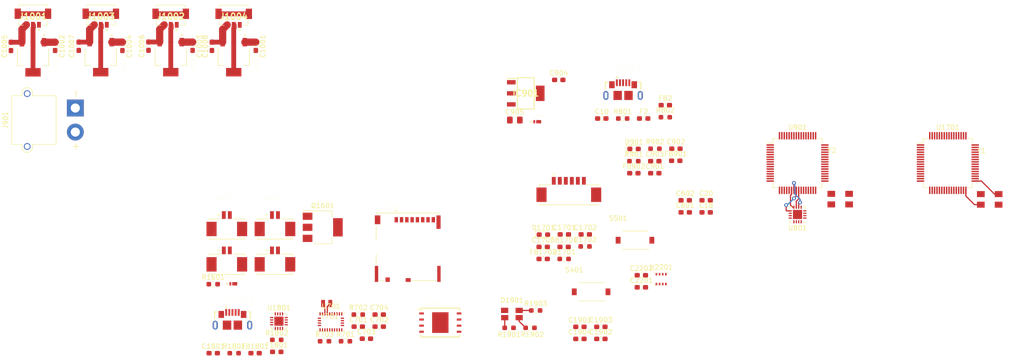
<source format=kicad_pcb>
(kicad_pcb (version 20171130) (host pcbnew "(5.1.9)-1")
  (layers (0 F.Cu signal) (31 B.Cu signal) (34 B.Paste user) (35 F.Paste user) (36 B.SilkS user) (37 F.SilkS user) (38 B.Mask user) (39 F.Mask user) (44 Edge.Cuts user))
  (net 0 "")
  (net 1 GND)
  (net 2 "Net-(C10-Pad1)")
  (net 3 +5V)
  (net 4 +3V3)
  (net 5 "Net-(C702-Pad2)")
  (net 6 "Net-(C703-Pad2)")
  (net 7 "Net-(C704-Pad2)")
  (net 8 "Net-(C901-Pad2)")
  (net 9 "Net-(C901-Pad1)")
  (net 10 "Net-(C902-Pad2)")
  (net 11 "Net-(C903-Pad1)")
  (net 12 +BATT)
  (net 13 /SERVOS/SERVO_5V_1)
  (net 14 /SERVOS/SERVO_5V_2)
  (net 15 /SERVOS/SERVO_5V_3)
  (net 16 /SERVOS/SERVO_5V_4)
  (net 17 "Net-(C1701-Pad2)")
  (net 18 "Net-(C1701-Pad1)")
  (net 19 "Net-(C1702-Pad2)")
  (net 20 "Net-(C1703-Pad1)")
  (net 21 "Net-(C1801-Pad1)")
  (net 22 /SCK)
  (net 23 "Net-(D901-Pad1)")
  (net 24 "Net-(D1601-PadA)")
  (net 25 /FANS/FANS)
  (net 26 /TEENSY3.2_1/SCK)
  (net 27 "Net-(D1701-Pad1)")
  (net 28 "Net-(D1901-Pad4)")
  (net 29 "Net-(D1901-Pad3)")
  (net 30 "Net-(D1901-Pad2)")
  (net 31 "Net-(F2-Pad1)")
  (net 32 "Net-(F1801-Pad1)")
  (net 33 VBUS)
  (net 34 /PTA1_2)
  (net 35 "Net-(J801-Pad3)")
  (net 36 "Net-(J801-Pad2)")
  (net 37 /SERVO1)
  (net 38 /SERVO2)
  (net 39 /SERVO3)
  (net 40 /SERVO4)
  (net 41 /PTA1_1)
  (net 42 "Net-(J1201-Pad3)")
  (net 43 "Net-(J1201-Pad2)")
  (net 44 /Barometer/Barometer_2/CS)
  (net 45 /Barometer/Barometer_2/SCK)
  (net 46 /Barometer/Barometer_2/MISO)
  (net 47 /Barometer/Barometer_2/MOSI)
  (net 48 "Net-(J2102-Pad10)")
  (net 49 "Net-(J2102-Pad8)")
  (net 50 /MISO)
  (net 51 /MOSI)
  (net 52 /CS_SD)
  (net 53 "Net-(J2102-Pad1)")
  (net 54 /FANS)
  (net 55 "Net-(R701-Pad1)")
  (net 56 "Net-(R702-Pad2)")
  (net 57 "Net-(R703-Pad2)")
  (net 58 /D-_2)
  (net 59 /D+_2)
  (net 60 /D-_1)
  (net 61 /D+_1)
  (net 62 /LED_RED)
  (net 63 /LED_GREEN)
  (net 64 /LED_BLUE)
  (net 65 /RESET_1)
  (net 66 /RESET_2)
  (net 67 /INT_3V)
  (net 68 "Net-(U701-Pad13)")
  (net 69 "Net-(U701-Pad12)")
  (net 70 /RESET_3V)
  (net 71 "Net-(U701-Pad10)")
  (net 72 "Net-(U701-Pad8)")
  (net 73 "Net-(U701-Pad7)")
  (net 74 /SCL)
  (net 75 "Net-(U701-Pad21)")
  (net 76 "Net-(U701-Pad22)")
  (net 77 "Net-(U701-Pad23)")
  (net 78 "Net-(U701-Pad24)")
  (net 79 "Net-(U701-Pad1)")
  (net 80 /SDA)
  (net 81 "Net-(U801-Pad16)")
  (net 82 "Net-(U801-Pad15)")
  (net 83 "Net-(U801-Pad14)")
  (net 84 /RESET_TEENSY_2)
  (net 85 "Net-(U801-Pad12)")
  (net 86 "Net-(U801-Pad11)")
  (net 87 /PTA2_2)
  (net 88 /PTA0_2)
  (net 89 /PTA3_2)
  (net 90 "Net-(U801-Pad5)")
  (net 91 "Net-(U801-Pad3)")
  (net 92 "Net-(U1801-Pad16)")
  (net 93 "Net-(U1801-Pad15)")
  (net 94 "Net-(U1801-Pad14)")
  (net 95 /RESET_TEENSY_1)
  (net 96 "Net-(U1801-Pad12)")
  (net 97 "Net-(U1801-Pad11)")
  (net 98 /PTA2_1)
  (net 99 /PTA0_1)
  (net 100 /PTA3_1)
  (net 101 "Net-(U1801-Pad5)")
  (net 102 "Net-(U1801-Pad3)")
  (net 103 /CS_FLASH)
  (net 104 /CS_BARO)
  (net 105 /XTAL2_1)
  (net 106 /XTAL1_1)
  (net 107 /XTAL2_2)
  (net 108 /XTAL1_2)
  (net 109 "Net-(U901-Pad64)")
  (net 110 "/TEENSY 3.2_2/PWM2")
  (net 111 "/TEENSY 3.2_2/PWM1")
  (net 112 "Net-(U901-Pad61)")
  (net 113 "Net-(U901-Pad60)")
  (net 114 "Net-(U901-Pad59)")
  (net 115 "Net-(U901-Pad58)")
  (net 116 "Net-(U901-Pad57)")
  (net 117 "Net-(U901-Pad54)")
  (net 118 "Net-(U901-Pad53)")
  (net 119 "Net-(U901-Pad49)")
  (net 120 "Net-(U901-Pad46)")
  (net 121 "/TEENSY 3.2_2/PWM4")
  (net 122 "/TEENSY 3.2_2/PWM3")
  (net 123 "Net-(U901-Pad43)")
  (net 124 "Net-(U901-Pad41)")
  (net 125 "Net-(U901-Pad40)")
  (net 126 "Net-(U901-Pad39)")
  (net 127 "Net-(U901-Pad38)")
  (net 128 "Net-(U901-Pad37)")
  (net 129 "Net-(U901-Pad36)")
  (net 130 "Net-(U901-Pad35)")
  (net 131 "Net-(U901-Pad29)")
  (net 132 "Net-(U901-Pad28)")
  (net 133 "Net-(U901-Pad27)")
  (net 134 "Net-(U901-Pad26)")
  (net 135 "Net-(U901-Pad20)")
  (net 136 "Net-(U901-Pad19)")
  (net 137 "Net-(U901-Pad18)")
  (net 138 "Net-(U901-Pad12)")
  (net 139 "Net-(U901-Pad11)")
  (net 140 "Net-(U901-Pad10)")
  (net 141 "Net-(U901-Pad9)")
  (net 142 "Net-(U901-Pad8)")
  (net 143 "Net-(U901-Pad2)")
  (net 144 "Net-(U901-Pad1)")
  (net 145 "Net-(U1701-Pad64)")
  (net 146 "Net-(U1701-Pad61)")
  (net 147 "Net-(U1701-Pad60)")
  (net 148 "Net-(U1701-Pad59)")
  (net 149 "Net-(U1701-Pad58)")
  (net 150 "Net-(U1701-Pad57)")
  (net 151 /TEENSY3.2_1/SDA)
  (net 152 /TEENSY3.2_1/SCL)
  (net 153 "Net-(U1701-Pad54)")
  (net 154 "Net-(U1701-Pad53)")
  (net 155 /TEENSY3.2_1/MISO)
  (net 156 /TEENSY3.2_1/MOSI)
  (net 157 "Net-(U1701-Pad49)")
  (net 158 "Net-(U1701-Pad46)")
  (net 159 "Net-(U1701-Pad43)")
  (net 160 /TEENSY3.2_1/D25)
  (net 161 "Net-(U1701-Pad41)")
  (net 162 "Net-(U1701-Pad40)")
  (net 163 "Net-(U1701-Pad39)")
  (net 164 "Net-(U1701-Pad38)")
  (net 165 "Net-(U1701-Pad37)")
  (net 166 "Net-(U1701-Pad36)")
  (net 167 "Net-(U1701-Pad35)")
  (net 168 "Net-(U1701-Pad29)")
  (net 169 "Net-(U1701-Pad28)")
  (net 170 "Net-(U1701-Pad27)")
  (net 171 "Net-(U1701-Pad26)")
  (net 172 "Net-(U1701-Pad20)")
  (net 173 "Net-(U1701-Pad19)")
  (net 174 "Net-(U1701-Pad18)")
  (net 175 "Net-(U1701-Pad12)")
  (net 176 "Net-(U1701-Pad11)")
  (net 177 "Net-(U1701-Pad10)")
  (net 178 "Net-(U1701-Pad9)")
  (net 179 "Net-(U1701-Pad8)")
  (net 180 "Net-(U1701-Pad2)")
  (net 181 "Net-(U1701-Pad1)")
  (module Package_QFP:LQFP-64_10x10mm_P0.5mm (layer F.Cu) (at 222.56 54.65)
    (fp_text reference U901 (at 0 -7.4) (layer F.SilkS))
    (fp_text value MK20DX256VLH7)
    (pad 64 smd roundrect (at -3.75 -5.675) (size 0.3 1.55) (layers F.Cu F.Paste F.Mask) (net 109 "Net-(U901-Pad64)"))
    (pad 63 smd roundrect (at -3.25 -5.675) (size 0.3 1.55) (layers F.Cu F.Paste F.Mask) (net 110 "/TEENSY 3.2_2/PWM2"))
    (pad 62 smd roundrect (at -2.75 -5.675) (size 0.3 1.55) (layers F.Cu F.Paste F.Mask) (net 111 "/TEENSY 3.2_2/PWM1"))
    (pad 61 smd roundrect (at -2.25 -5.675) (size 0.3 1.55) (layers F.Cu F.Paste F.Mask) (net 112 "Net-(U901-Pad61)"))
    (pad 60 smd roundrect (at -1.75 -5.675) (size 0.3 1.55) (layers F.Cu F.Paste F.Mask) (net 113 "Net-(U901-Pad60)"))
    (pad 59 smd roundrect (at -1.25 -5.675) (size 0.3 1.55) (layers F.Cu F.Paste F.Mask) (net 114 "Net-(U901-Pad59)"))
    (pad 58 smd roundrect (at -0.75 -5.675) (size 0.3 1.55) (layers F.Cu F.Paste F.Mask) (net 115 "Net-(U901-Pad58)"))
    (pad 57 smd roundrect (at -0.25 -5.675) (size 0.3 1.55) (layers F.Cu F.Paste F.Mask) (net 116 "Net-(U901-Pad57)"))
    (pad 56 smd roundrect (at 0.25 -5.675) (size 0.3 1.55) (layers F.Cu F.Paste F.Mask) (net 80 /SDA))
    (pad 55 smd roundrect (at 0.75 -5.675) (size 0.3 1.55) (layers F.Cu F.Paste F.Mask) (net 74 /SCL))
    (pad 54 smd roundrect (at 1.25 -5.675) (size 0.3 1.55) (layers F.Cu F.Paste F.Mask) (net 117 "Net-(U901-Pad54)"))
    (pad 53 smd roundrect (at 1.75 -5.675) (size 0.3 1.55) (layers F.Cu F.Paste F.Mask) (net 118 "Net-(U901-Pad53)"))
    (pad 52 smd roundrect (at 2.25 -5.675) (size 0.3 1.55) (layers F.Cu F.Paste F.Mask) (net 50 /MISO))
    (pad 51 smd roundrect (at 2.75 -5.675) (size 0.3 1.55) (layers F.Cu F.Paste F.Mask) (net 51 /MOSI))
    (pad 50 smd roundrect (at 3.25 -5.675) (size 0.3 1.55) (layers F.Cu F.Paste F.Mask) (net 22 /SCK))
    (pad 49 smd roundrect (at 3.75 -5.675) (size 0.3 1.55) (layers F.Cu F.Paste F.Mask) (net 119 "Net-(U901-Pad49)"))
    (pad 48 smd roundrect (at 5.675 -3.75) (size 1.55 0.3) (layers F.Cu F.Paste F.Mask) (net 4 +3V3))
    (pad 47 smd roundrect (at 5.675 -3.25) (size 1.55 0.3) (layers F.Cu F.Paste F.Mask) (net 1 GND))
    (pad 46 smd roundrect (at 5.675 -2.75) (size 1.55 0.3) (layers F.Cu F.Paste F.Mask) (net 120 "Net-(U901-Pad46)"))
    (pad 45 smd roundrect (at 5.675 -2.25) (size 1.55 0.3) (layers F.Cu F.Paste F.Mask) (net 121 "/TEENSY 3.2_2/PWM4"))
    (pad 44 smd roundrect (at 5.675 -1.75) (size 1.55 0.3) (layers F.Cu F.Paste F.Mask) (net 122 "/TEENSY 3.2_2/PWM3"))
    (pad 43 smd roundrect (at 5.675 -1.25) (size 1.55 0.3) (layers F.Cu F.Paste F.Mask) (net 123 "Net-(U901-Pad43)"))
    (pad 42 smd roundrect (at 5.675 -0.75) (size 1.55 0.3) (layers F.Cu F.Paste F.Mask) (net 54 /FANS))
    (pad 41 smd roundrect (at 5.675 -0.25) (size 1.55 0.3) (layers F.Cu F.Paste F.Mask) (net 124 "Net-(U901-Pad41)"))
    (pad 40 smd roundrect (at 5.675 0.25) (size 1.55 0.3) (layers F.Cu F.Paste F.Mask) (net 125 "Net-(U901-Pad40)"))
    (pad 39 smd roundrect (at 5.675 0.75) (size 1.55 0.3) (layers F.Cu F.Paste F.Mask) (net 126 "Net-(U901-Pad39)"))
    (pad 38 smd roundrect (at 5.675 1.25) (size 1.55 0.3) (layers F.Cu F.Paste F.Mask) (net 127 "Net-(U901-Pad38)"))
    (pad 37 smd roundrect (at 5.675 1.75) (size 1.55 0.3) (layers F.Cu F.Paste F.Mask) (net 128 "Net-(U901-Pad37)"))
    (pad 36 smd roundrect (at 5.675 2.25) (size 1.55 0.3) (layers F.Cu F.Paste F.Mask) (net 129 "Net-(U901-Pad36)"))
    (pad 35 smd roundrect (at 5.675 2.75) (size 1.55 0.3) (layers F.Cu F.Paste F.Mask) (net 130 "Net-(U901-Pad35)"))
    (pad 34 smd roundrect (at 5.675 3.25) (size 1.55 0.3) (layers F.Cu F.Paste F.Mask) (net 84 /RESET_TEENSY_2))
    (pad 33 smd roundrect (at 5.675 3.75) (size 1.55 0.3) (layers F.Cu F.Paste F.Mask) (net 107 /XTAL2_2))
    (pad 32 smd roundrect (at 3.75 5.675) (size 0.3 1.55) (layers F.Cu F.Paste F.Mask) (net 108 /XTAL1_2))
    (pad 31 smd roundrect (at 3.25 5.675) (size 0.3 1.55) (layers F.Cu F.Paste F.Mask) (net 1 GND))
    (pad 30 smd roundrect (at 2.75 5.675) (size 0.3 1.55) (layers F.Cu F.Paste F.Mask) (net 4 +3V3))
    (pad 29 smd roundrect (at 2.25 5.675) (size 0.3 1.55) (layers F.Cu F.Paste F.Mask) (net 131 "Net-(U901-Pad29)"))
    (pad 28 smd roundrect (at 1.75 5.675) (size 0.3 1.55) (layers F.Cu F.Paste F.Mask) (net 132 "Net-(U901-Pad28)"))
    (pad 27 smd roundrect (at 1.25 5.675) (size 0.3 1.55) (layers F.Cu F.Paste F.Mask) (net 133 "Net-(U901-Pad27)"))
    (pad 26 smd roundrect (at 0.75 5.675) (size 0.3 1.55) (layers F.Cu F.Paste F.Mask) (net 134 "Net-(U901-Pad26)"))
    (pad 25 smd roundrect (at 0.25 5.675) (size 0.3 1.55) (layers F.Cu F.Paste F.Mask) (net 89 /PTA3_2))
    (pad 24 smd roundrect (at -0.25 5.675) (size 0.3 1.55) (layers F.Cu F.Paste F.Mask) (net 87 /PTA2_2))
    (pad 23 smd roundrect (at -0.75 5.675) (size 0.3 1.55) (layers F.Cu F.Paste F.Mask) (net 34 /PTA1_2))
    (pad 22 smd roundrect (at -1.25 5.675) (size 0.3 1.55) (layers F.Cu F.Paste F.Mask) (net 88 /PTA0_2))
    (pad 21 smd roundrect (at -1.75 5.675) (size 0.3 1.55) (layers F.Cu F.Paste F.Mask) (net 4 +3V3))
    (pad 20 smd roundrect (at -2.25 5.675) (size 0.3 1.55) (layers F.Cu F.Paste F.Mask) (net 135 "Net-(U901-Pad20)"))
    (pad 19 smd roundrect (at -2.75 5.675) (size 0.3 1.55) (layers F.Cu F.Paste F.Mask) (net 136 "Net-(U901-Pad19)"))
    (pad 18 smd roundrect (at -3.25 5.675) (size 0.3 1.55) (layers F.Cu F.Paste F.Mask) (net 137 "Net-(U901-Pad18)"))
    (pad 17 smd roundrect (at -3.75 5.675) (size 0.3 1.55) (layers F.Cu F.Paste F.Mask) (net 8 "Net-(C901-Pad2)"))
    (pad 16 smd roundrect (at -5.675 3.75) (size 1.55 0.3) (layers F.Cu F.Paste F.Mask) (net 9 "Net-(C901-Pad1)"))
    (pad 15 smd roundrect (at -5.675 3.25) (size 1.55 0.3) (layers F.Cu F.Paste F.Mask) (net 9 "Net-(C901-Pad1)"))
    (pad 14 smd roundrect (at -5.675 2.75) (size 1.55 0.3) (layers F.Cu F.Paste F.Mask) (net 10 "Net-(C902-Pad2)"))
    (pad 13 smd roundrect (at -5.675 2.25) (size 1.55 0.3) (layers F.Cu F.Paste F.Mask) (net 11 "Net-(C903-Pad1)"))
    (pad 12 smd roundrect (at -5.675 1.75) (size 1.55 0.3) (layers F.Cu F.Paste F.Mask) (net 138 "Net-(U901-Pad12)"))
    (pad 11 smd roundrect (at -5.675 1.25) (size 1.55 0.3) (layers F.Cu F.Paste F.Mask) (net 139 "Net-(U901-Pad11)"))
    (pad 10 smd roundrect (at -5.675 0.75) (size 1.55 0.3) (layers F.Cu F.Paste F.Mask) (net 140 "Net-(U901-Pad10)"))
    (pad 9 smd roundrect (at -5.675 0.25) (size 1.55 0.3) (layers F.Cu F.Paste F.Mask) (net 141 "Net-(U901-Pad9)"))
    (pad 8 smd roundrect (at -5.675 -0.25) (size 1.55 0.3) (layers F.Cu F.Paste F.Mask) (net 142 "Net-(U901-Pad8)"))
    (pad 7 smd roundrect (at -5.675 -0.75) (size 1.55 0.3) (layers F.Cu F.Paste F.Mask) (net 4 +3V3))
    (pad 6 smd roundrect (at -5.675 -1.25) (size 1.55 0.3) (layers F.Cu F.Paste F.Mask) (net 58 /D-_2))
    (pad 5 smd roundrect (at -5.675 -1.75) (size 1.55 0.3) (layers F.Cu F.Paste F.Mask) (net 59 /D+_2))
    (pad 4 smd roundrect (at -5.675 -2.25) (size 1.55 0.3) (layers F.Cu F.Paste F.Mask) (net 1 GND))
    (pad 3 smd roundrect (at -5.675 -2.75) (size 1.55 0.3) (layers F.Cu F.Paste F.Mask) (net 4 +3V3))
    (pad 2 smd roundrect (at -5.675 -3.25) (size 1.55 0.3) (layers F.Cu F.Paste F.Mask) (net 143 "Net-(U901-Pad2)"))
    (pad 1 smd roundrect (at -5.675 -3.75) (size 1.55 0.3) (layers F.Cu F.Paste F.Mask) (net 144 "Net-(U901-Pad1)"))
  )
  (module SDM2U40CSP-7B:DIO_SDM2U40CSP-7B (layer F.Cu) (at 168.5 46.06)
    (fp_text reference D902 (at 0.782 -1.1564) (layer F.SilkS) (effects (font (size 0.64 0.64) (thickness 0.015))))
    (fp_text value SDM2U40CSP-7B)
    (pad A smd rect (at 0.2935 0) (size 1.035 0.69) (layers F.Cu F.Paste F.Mask) (net 33 VBUS))
    (pad C smd rect (at -0.6185 0) (size 0.385 0.69) (layers F.Cu F.Paste F.Mask) (net 12 +BATT))
  )
  (module Package_QFP:LQFP-64_10x10mm_P0.5mm (layer F.Cu) (at 253.78 54.65)
    (fp_text reference U1701 (at 0 -7.4) (layer F.SilkS))
    (fp_text value MK20DX256VLH7)
    (pad 64 smd roundrect (at -3.75 -5.675) (size 0.3 1.55) (layers F.Cu F.Paste F.Mask) (net 145 "Net-(U1701-Pad64)"))
    (pad 63 smd roundrect (at -3.25 -5.675) (size 0.3 1.55) (layers F.Cu F.Paste F.Mask) (net 38 /SERVO2))
    (pad 62 smd roundrect (at -2.75 -5.675) (size 0.3 1.55) (layers F.Cu F.Paste F.Mask) (net 37 /SERVO1))
    (pad 61 smd roundrect (at -2.25 -5.675) (size 0.3 1.55) (layers F.Cu F.Paste F.Mask) (net 146 "Net-(U1701-Pad61)"))
    (pad 60 smd roundrect (at -1.75 -5.675) (size 0.3 1.55) (layers F.Cu F.Paste F.Mask) (net 147 "Net-(U1701-Pad60)"))
    (pad 59 smd roundrect (at -1.25 -5.675) (size 0.3 1.55) (layers F.Cu F.Paste F.Mask) (net 148 "Net-(U1701-Pad59)"))
    (pad 58 smd roundrect (at -0.75 -5.675) (size 0.3 1.55) (layers F.Cu F.Paste F.Mask) (net 149 "Net-(U1701-Pad58)"))
    (pad 57 smd roundrect (at -0.25 -5.675) (size 0.3 1.55) (layers F.Cu F.Paste F.Mask) (net 150 "Net-(U1701-Pad57)"))
    (pad 56 smd roundrect (at 0.25 -5.675) (size 0.3 1.55) (layers F.Cu F.Paste F.Mask) (net 151 /TEENSY3.2_1/SDA))
    (pad 55 smd roundrect (at 0.75 -5.675) (size 0.3 1.55) (layers F.Cu F.Paste F.Mask) (net 152 /TEENSY3.2_1/SCL))
    (pad 54 smd roundrect (at 1.25 -5.675) (size 0.3 1.55) (layers F.Cu F.Paste F.Mask) (net 153 "Net-(U1701-Pad54)"))
    (pad 53 smd roundrect (at 1.75 -5.675) (size 0.3 1.55) (layers F.Cu F.Paste F.Mask) (net 154 "Net-(U1701-Pad53)"))
    (pad 52 smd roundrect (at 2.25 -5.675) (size 0.3 1.55) (layers F.Cu F.Paste F.Mask) (net 155 /TEENSY3.2_1/MISO))
    (pad 51 smd roundrect (at 2.75 -5.675) (size 0.3 1.55) (layers F.Cu F.Paste F.Mask) (net 156 /TEENSY3.2_1/MOSI))
    (pad 50 smd roundrect (at 3.25 -5.675) (size 0.3 1.55) (layers F.Cu F.Paste F.Mask) (net 26 /TEENSY3.2_1/SCK))
    (pad 49 smd roundrect (at 3.75 -5.675) (size 0.3 1.55) (layers F.Cu F.Paste F.Mask) (net 157 "Net-(U1701-Pad49)"))
    (pad 48 smd roundrect (at 5.675 -3.75) (size 1.55 0.3) (layers F.Cu F.Paste F.Mask) (net 4 +3V3))
    (pad 47 smd roundrect (at 5.675 -3.25) (size 1.55 0.3) (layers F.Cu F.Paste F.Mask) (net 1 GND))
    (pad 46 smd roundrect (at 5.675 -2.75) (size 1.55 0.3) (layers F.Cu F.Paste F.Mask) (net 158 "Net-(U1701-Pad46)"))
    (pad 45 smd roundrect (at 5.675 -2.25) (size 1.55 0.3) (layers F.Cu F.Paste F.Mask) (net 40 /SERVO4))
    (pad 44 smd roundrect (at 5.675 -1.75) (size 1.55 0.3) (layers F.Cu F.Paste F.Mask) (net 39 /SERVO3))
    (pad 43 smd roundrect (at 5.675 -1.25) (size 1.55 0.3) (layers F.Cu F.Paste F.Mask) (net 159 "Net-(U1701-Pad43)"))
    (pad 42 smd roundrect (at 5.675 -0.75) (size 1.55 0.3) (layers F.Cu F.Paste F.Mask) (net 160 /TEENSY3.2_1/D25))
    (pad 41 smd roundrect (at 5.675 -0.25) (size 1.55 0.3) (layers F.Cu F.Paste F.Mask) (net 161 "Net-(U1701-Pad41)"))
    (pad 40 smd roundrect (at 5.675 0.25) (size 1.55 0.3) (layers F.Cu F.Paste F.Mask) (net 162 "Net-(U1701-Pad40)"))
    (pad 39 smd roundrect (at 5.675 0.75) (size 1.55 0.3) (layers F.Cu F.Paste F.Mask) (net 163 "Net-(U1701-Pad39)"))
    (pad 38 smd roundrect (at 5.675 1.25) (size 1.55 0.3) (layers F.Cu F.Paste F.Mask) (net 164 "Net-(U1701-Pad38)"))
    (pad 37 smd roundrect (at 5.675 1.75) (size 1.55 0.3) (layers F.Cu F.Paste F.Mask) (net 165 "Net-(U1701-Pad37)"))
    (pad 36 smd roundrect (at 5.675 2.25) (size 1.55 0.3) (layers F.Cu F.Paste F.Mask) (net 166 "Net-(U1701-Pad36)"))
    (pad 35 smd roundrect (at 5.675 2.75) (size 1.55 0.3) (layers F.Cu F.Paste F.Mask) (net 167 "Net-(U1701-Pad35)"))
    (pad 34 smd roundrect (at 5.675 3.25) (size 1.55 0.3) (layers F.Cu F.Paste F.Mask) (net 95 /RESET_TEENSY_1))
    (pad 33 smd roundrect (at 5.675 3.75) (size 1.55 0.3) (layers F.Cu F.Paste F.Mask) (net 105 /XTAL2_1))
    (pad 32 smd roundrect (at 3.75 5.675) (size 0.3 1.55) (layers F.Cu F.Paste F.Mask) (net 106 /XTAL1_1))
    (pad 31 smd roundrect (at 3.25 5.675) (size 0.3 1.55) (layers F.Cu F.Paste F.Mask) (net 1 GND))
    (pad 30 smd roundrect (at 2.75 5.675) (size 0.3 1.55) (layers F.Cu F.Paste F.Mask) (net 4 +3V3))
    (pad 29 smd roundrect (at 2.25 5.675) (size 0.3 1.55) (layers F.Cu F.Paste F.Mask) (net 168 "Net-(U1701-Pad29)"))
    (pad 28 smd roundrect (at 1.75 5.675) (size 0.3 1.55) (layers F.Cu F.Paste F.Mask) (net 169 "Net-(U1701-Pad28)"))
    (pad 27 smd roundrect (at 1.25 5.675) (size 0.3 1.55) (layers F.Cu F.Paste F.Mask) (net 170 "Net-(U1701-Pad27)"))
    (pad 26 smd roundrect (at 0.75 5.675) (size 0.3 1.55) (layers F.Cu F.Paste F.Mask) (net 171 "Net-(U1701-Pad26)"))
    (pad 25 smd roundrect (at 0.25 5.675) (size 0.3 1.55) (layers F.Cu F.Paste F.Mask) (net 100 /PTA3_1))
    (pad 24 smd roundrect (at -0.25 5.675) (size 0.3 1.55) (layers F.Cu F.Paste F.Mask) (net 98 /PTA2_1))
    (pad 23 smd roundrect (at -0.75 5.675) (size 0.3 1.55) (layers F.Cu F.Paste F.Mask) (net 41 /PTA1_1))
    (pad 22 smd roundrect (at -1.25 5.675) (size 0.3 1.55) (layers F.Cu F.Paste F.Mask) (net 99 /PTA0_1))
    (pad 21 smd roundrect (at -1.75 5.675) (size 0.3 1.55) (layers F.Cu F.Paste F.Mask) (net 4 +3V3))
    (pad 20 smd roundrect (at -2.25 5.675) (size 0.3 1.55) (layers F.Cu F.Paste F.Mask) (net 172 "Net-(U1701-Pad20)"))
    (pad 19 smd roundrect (at -2.75 5.675) (size 0.3 1.55) (layers F.Cu F.Paste F.Mask) (net 173 "Net-(U1701-Pad19)"))
    (pad 18 smd roundrect (at -3.25 5.675) (size 0.3 1.55) (layers F.Cu F.Paste F.Mask) (net 174 "Net-(U1701-Pad18)"))
    (pad 17 smd roundrect (at -3.75 5.675) (size 0.3 1.55) (layers F.Cu F.Paste F.Mask) (net 17 "Net-(C1701-Pad2)"))
    (pad 16 smd roundrect (at -5.675 3.75) (size 1.55 0.3) (layers F.Cu F.Paste F.Mask) (net 18 "Net-(C1701-Pad1)"))
    (pad 15 smd roundrect (at -5.675 3.25) (size 1.55 0.3) (layers F.Cu F.Paste F.Mask) (net 18 "Net-(C1701-Pad1)"))
    (pad 14 smd roundrect (at -5.675 2.75) (size 1.55 0.3) (layers F.Cu F.Paste F.Mask) (net 19 "Net-(C1702-Pad2)"))
    (pad 13 smd roundrect (at -5.675 2.25) (size 1.55 0.3) (layers F.Cu F.Paste F.Mask) (net 20 "Net-(C1703-Pad1)"))
    (pad 12 smd roundrect (at -5.675 1.75) (size 1.55 0.3) (layers F.Cu F.Paste F.Mask) (net 175 "Net-(U1701-Pad12)"))
    (pad 11 smd roundrect (at -5.675 1.25) (size 1.55 0.3) (layers F.Cu F.Paste F.Mask) (net 176 "Net-(U1701-Pad11)"))
    (pad 10 smd roundrect (at -5.675 0.75) (size 1.55 0.3) (layers F.Cu F.Paste F.Mask) (net 177 "Net-(U1701-Pad10)"))
    (pad 9 smd roundrect (at -5.675 0.25) (size 1.55 0.3) (layers F.Cu F.Paste F.Mask) (net 178 "Net-(U1701-Pad9)"))
    (pad 8 smd roundrect (at -5.675 -0.25) (size 1.55 0.3) (layers F.Cu F.Paste F.Mask) (net 179 "Net-(U1701-Pad8)"))
    (pad 7 smd roundrect (at -5.675 -0.75) (size 1.55 0.3) (layers F.Cu F.Paste F.Mask) (net 4 +3V3))
    (pad 6 smd roundrect (at -5.675 -1.25) (size 1.55 0.3) (layers F.Cu F.Paste F.Mask) (net 60 /D-_1))
    (pad 5 smd roundrect (at -5.675 -1.75) (size 1.55 0.3) (layers F.Cu F.Paste F.Mask) (net 61 /D+_1))
    (pad 4 smd roundrect (at -5.675 -2.25) (size 1.55 0.3) (layers F.Cu F.Paste F.Mask) (net 1 GND))
    (pad 3 smd roundrect (at -5.675 -2.75) (size 1.55 0.3) (layers F.Cu F.Paste F.Mask) (net 4 +3V3))
    (pad 2 smd roundrect (at -5.675 -3.25) (size 1.55 0.3) (layers F.Cu F.Paste F.Mask) (net 180 "Net-(U1701-Pad2)"))
    (pad 1 smd roundrect (at -5.675 -3.75) (size 1.55 0.3) (layers F.Cu F.Paste F.Mask) (net 181 "Net-(U1701-Pad1)"))
  )
  (module LED:32khz (layer F.Cu) (at 125.51 83.87 180)
    (fp_text reference Y701 (at 0.12 -2.66) (layer F.SilkS))
    (fp_text value 2195-CM8V-T1A-32.768KHZ-9PF-20PPM-TB-QATR-ND)
    (pad 2 smd rect (at 1.5 0 180) (size 0.8 1.5) (layers F.Cu F.Paste F.Mask) (net 7 "Net-(C704-Pad2)"))
    (pad 1 smd rect (at 0 0 180) (size 0.8 1.5) (layers F.Cu F.Paste F.Mask) (net 6 "Net-(C703-Pad2)"))
  )
  (module LED:16Mhz (layer F.Cu) (at 229.57 61.06)
    (fp_text reference Y2 (at 0.12 -9.01) (layer F.SilkS))
    (fp_text value ECS-160-8-30B-CKM)
    (pad 4 smd rect (at 0 0) (size 1.6 1.25) (layers F.Cu F.Paste F.Mask) (net 1 GND))
    (pad 3 smd rect (at 3.7 0) (size 1.6 1.25) (layers F.Cu F.Paste F.Mask) (net 107 /XTAL2_2))
    (pad 2 smd rect (at 3.7 2.2) (size 1.6 1.25) (layers F.Cu F.Paste F.Mask) (net 1 GND))
    (pad 1 smd rect (at 0 2.2) (size 1.6 1.25) (layers F.Cu F.Paste F.Mask) (net 108 /XTAL1_2))
  )
  (module LED:16Mhz (layer F.Cu) (at 260.63 61.11)
    (fp_text reference Y1 (at 0.12 -9.01) (layer F.SilkS))
    (fp_text value ECS-160-8-30B-CKM)
    (pad 4 smd rect (at 0 0) (size 1.6 1.25) (layers F.Cu F.Paste F.Mask) (net 1 GND))
    (pad 3 smd rect (at 3.7 0) (size 1.6 1.25) (layers F.Cu F.Paste F.Mask) (net 105 /XTAL2_1))
    (pad 2 smd rect (at 3.7 2.2) (size 1.6 1.25) (layers F.Cu F.Paste F.Mask) (net 1 GND))
    (pad 1 smd rect (at 0 2.2) (size 1.6 1.25) (layers F.Cu F.Paste F.Mask) (net 106 /XTAL1_1))
  )
  (module LM2940IMP-5:SOT230P700X180-4N (layer F.Cu) (at 105.45 32.63 270)
    (fp_text reference VR1004 (at -0.025 -4.754 90) (layer F.SilkS) (effects (font (thickness 0.015))))
    (fp_text value LM2940IMP-5.0_NOPB)
    (pad 4 smd rect (at 3.125 0 270) (size 1.76 3.19) (layers F.Cu F.Paste F.Mask) (net 1 GND))
    (pad 3 smd rect (at -3.125 2.3 270) (size 1.76 0.93) (layers F.Cu F.Paste F.Mask) (net 16 /SERVOS/SERVO_5V_4))
    (pad 2 smd rect (at -3.125 0 270) (size 1.76 0.93) (layers F.Cu F.Paste F.Mask) (net 1 GND))
    (pad 1 smd rect (at -3.125 -2.3 270) (size 1.76 0.93) (layers F.Cu F.Paste F.Mask) (net 12 +BATT))
  )
  (module LM2940IMP-5:SOT230P700X180-4N (layer F.Cu) (at 77.82 32.625 270)
    (fp_text reference VR1003 (at -0.025 -4.754 90) (layer F.SilkS) (effects (font (thickness 0.015))))
    (fp_text value LM2940IMP-5.0_NOPB)
    (pad 4 smd rect (at 3.125 0 270) (size 1.76 3.19) (layers F.Cu F.Paste F.Mask) (net 1 GND))
    (pad 3 smd rect (at -3.125 2.3 270) (size 1.76 0.93) (layers F.Cu F.Paste F.Mask) (net 15 /SERVOS/SERVO_5V_3))
    (pad 2 smd rect (at -3.125 0 270) (size 1.76 0.93) (layers F.Cu F.Paste F.Mask) (net 1 GND))
    (pad 1 smd rect (at -3.125 -2.3 270) (size 1.76 0.93) (layers F.Cu F.Paste F.Mask) (net 12 +BATT))
  )
  (module LM2940IMP-5:SOT230P700X180-4N (layer F.Cu) (at 92.37 32.625 270)
    (fp_text reference VR1002 (at -0.025 -4.754 90) (layer F.SilkS) (effects (font (thickness 0.015))))
    (fp_text value LM2940IMP-5.0_NOPB)
    (pad 4 smd rect (at 3.125 0 270) (size 1.76 3.19) (layers F.Cu F.Paste F.Mask) (net 1 GND))
    (pad 3 smd rect (at -3.125 2.3 270) (size 1.76 0.93) (layers F.Cu F.Paste F.Mask) (net 14 /SERVOS/SERVO_5V_2))
    (pad 2 smd rect (at -3.125 0 270) (size 1.76 0.93) (layers F.Cu F.Paste F.Mask) (net 1 GND))
    (pad 1 smd rect (at -3.125 -2.3 270) (size 1.76 0.93) (layers F.Cu F.Paste F.Mask) (net 12 +BATT))
  )
  (module LM2940IMP-5:SOT230P700X180-4N (layer F.Cu) (at 63.76 32.655 270)
    (fp_text reference VR1001 (at -0.025 -4.754 90) (layer F.SilkS) (effects (font (thickness 0.015))))
    (fp_text value LM2940IMP-5.0_NOPB)
    (pad 4 smd rect (at 3.125 0 270) (size 1.76 3.19) (layers F.Cu F.Paste F.Mask) (net 1 GND))
    (pad 3 smd rect (at -3.125 2.3 270) (size 1.76 0.93) (layers F.Cu F.Paste F.Mask) (net 13 /SERVOS/SERVO_5V_1))
    (pad 2 smd rect (at -3.125 0 270) (size 1.76 0.93) (layers F.Cu F.Paste F.Mask) (net 1 GND))
    (pad 1 smd rect (at -3.125 -2.3 270) (size 1.76 0.93) (layers F.Cu F.Paste F.Mask) (net 12 +BATT))
  )
  (module Package_LGA:Bosch_LGA-8_2.5x2.5mm_P0.65mm_ClockwisePinNumbering (layer F.Cu) (at 194.23 78.8)
    (fp_text reference U2201 (at 0.015 -2.465) (layer F.SilkS))
    (fp_text value BME280)
    (pad 5 smd rect (at 0.975 1.025 90) (size 0.5 0.35) (layers F.Cu F.Paste F.Mask) (net 50 /MISO))
    (pad 6 smd rect (at 0.325 1.025 90) (size 0.5 0.35) (layers F.Cu F.Paste F.Mask) (net 4 +3V3))
    (pad 7 smd rect (at -0.325 1.025 90) (size 0.5 0.35) (layers F.Cu F.Paste F.Mask) (net 1 GND))
    (pad 8 smd rect (at -0.975 1.025 90) (size 0.5 0.35) (layers F.Cu F.Paste F.Mask) (net 4 +3V3))
    (pad 1 smd rect (at -0.975 -1.025 90) (size 0.5 0.35) (layers F.Cu F.Paste F.Mask) (net 1 GND))
    (pad 2 smd rect (at -0.325 -1.025 90) (size 0.5 0.35) (layers F.Cu F.Paste F.Mask) (net 104 /CS_BARO))
    (pad 3 smd rect (at 0.325 -1.025 90) (size 0.5 0.35) (layers F.Cu F.Paste F.Mask) (net 51 /MOSI))
    (pad 4 smd rect (at 0.975 -1.025 90) (size 0.5 0.35) (layers F.Cu F.Paste F.Mask) (net 22 /SCK))
  )
  (module W25N01GVZEIG_TR:SON127P800X600X80-9N (layer F.Cu) (at 148.36 87.84)
    (fp_text reference U2001 (at -1.94349 -4.13708) (layer F.SilkS) (effects (font (thickness 0.015))))
    (fp_text value W25N01GVZEIG_TR)
    (pad 9 smd rect (at 0 0) (size 3.4 4.3) (layers F.Cu F.Mask))
    (pad 8 smd rect (at 3.895 -1.905) (size 0.94 0.44) (layers F.Cu F.Paste F.Mask) (net 4 +3V3))
    (pad 5 smd rect (at 3.895 1.905) (size 0.94 0.44) (layers F.Cu F.Paste F.Mask) (net 51 /MOSI))
    (pad 6 smd rect (at 3.895 0.635) (size 0.94 0.44) (layers F.Cu F.Paste F.Mask) (net 22 /SCK))
    (pad 7 smd rect (at 3.895 -0.635) (size 0.94 0.44) (layers F.Cu F.Paste F.Mask) (net 1 GND))
    (pad 1 smd rect (at -3.895 -1.905) (size 0.94 0.44) (layers F.Cu F.Paste F.Mask) (net 103 /CS_FLASH))
    (pad 4 smd rect (at -3.895 1.905) (size 0.94 0.44) (layers F.Cu F.Paste F.Mask) (net 1 GND))
    (pad 3 smd rect (at -3.895 0.635) (size 0.94 0.44) (layers F.Cu F.Paste F.Mask) (net 1 GND))
    (pad 2 smd rect (at -3.895 -0.635) (size 0.94 0.44) (layers F.Cu F.Paste F.Mask) (net 50 /MISO))
  )
  (module Package_DFN_QFN:QFN-16-1EP_3x3mm_P0.5mm_EP1.9x1.9mm (layer F.Cu) (at 114.84 87.54)
    (fp_text reference U1801 (at 0 -2.8) (layer F.SilkS))
    (fp_text value MKL02Z32VFG4)
    (pad 17 smd rect (at 0 0) (size 1.9 1.9) (layers F.Cu F.Mask) (net 1 GND))
    (pad 16 smd roundrect (at -0.75 -1.5125) (size 0.25 0.675) (layers F.Cu F.Paste F.Mask) (net 92 "Net-(U1801-Pad16)"))
    (pad 15 smd roundrect (at -0.25 -1.5125) (size 0.25 0.675) (layers F.Cu F.Paste F.Mask) (net 93 "Net-(U1801-Pad15)"))
    (pad 14 smd roundrect (at 0.25 -1.5125) (size 0.25 0.675) (layers F.Cu F.Paste F.Mask) (net 94 "Net-(U1801-Pad14)"))
    (pad 13 smd roundrect (at 0.75 -1.5125) (size 0.25 0.675) (layers F.Cu F.Paste F.Mask) (net 95 /RESET_TEENSY_1))
    (pad 12 smd roundrect (at 1.5125 -0.75) (size 0.675 0.25) (layers F.Cu F.Paste F.Mask) (net 96 "Net-(U1801-Pad12)"))
    (pad 11 smd roundrect (at 1.5125 -0.25) (size 0.675 0.25) (layers F.Cu F.Paste F.Mask) (net 97 "Net-(U1801-Pad11)"))
    (pad 10 smd roundrect (at 1.5125 0.25) (size 0.675 0.25) (layers F.Cu F.Paste F.Mask) (net 65 /RESET_1))
    (pad 9 smd roundrect (at 1.5125 0.75) (size 0.675 0.25) (layers F.Cu F.Paste F.Mask) (net 98 /PTA2_1))
    (pad 8 smd roundrect (at 0.75 1.5125) (size 0.25 0.675) (layers F.Cu F.Paste F.Mask) (net 99 /PTA0_1))
    (pad 7 smd roundrect (at 0.25 1.5125) (size 0.25 0.675) (layers F.Cu F.Paste F.Mask) (net 100 /PTA3_1))
    (pad 6 smd roundrect (at -0.25 1.5125) (size 0.25 0.675) (layers F.Cu F.Paste F.Mask) (net 41 /PTA1_1))
    (pad 5 smd roundrect (at -0.75 1.5125) (size 0.25 0.675) (layers F.Cu F.Paste F.Mask) (net 101 "Net-(U1801-Pad5)"))
    (pad 4 smd roundrect (at -1.5125 0.75) (size 0.675 0.25) (layers F.Cu F.Paste F.Mask) (net 95 /RESET_TEENSY_1))
    (pad 3 smd roundrect (at -1.5125 0.25) (size 0.675 0.25) (layers F.Cu F.Paste F.Mask) (net 102 "Net-(U1801-Pad3)"))
    (pad 2 smd roundrect (at -1.5125 -0.25) (size 0.675 0.25) (layers F.Cu F.Paste F.Mask) (net 1 GND))
    (pad 1 smd roundrect (at -1.5125 -0.75) (size 0.675 0.25) (layers F.Cu F.Paste F.Mask) (net 4 +3V3))
  )
  (module Package_DFN_QFN:QFN-16-1EP_3x3mm_P0.5mm_EP1.9x1.9mm (layer F.Cu) (at 222.56 65.35 180)
    (fp_text reference U801 (at 0 -2.8) (layer F.SilkS))
    (fp_text value MKL02Z32VFG4)
    (pad 17 smd rect (at 0 0 180) (size 1.9 1.9) (layers F.Cu F.Mask) (net 1 GND))
    (pad 16 smd roundrect (at -0.75 -1.5125 180) (size 0.25 0.675) (layers F.Cu F.Paste F.Mask) (net 81 "Net-(U801-Pad16)"))
    (pad 15 smd roundrect (at -0.25 -1.5125 180) (size 0.25 0.675) (layers F.Cu F.Paste F.Mask) (net 82 "Net-(U801-Pad15)"))
    (pad 14 smd roundrect (at 0.25 -1.5125 180) (size 0.25 0.675) (layers F.Cu F.Paste F.Mask) (net 83 "Net-(U801-Pad14)"))
    (pad 13 smd roundrect (at 0.75 -1.5125 180) (size 0.25 0.675) (layers F.Cu F.Paste F.Mask) (net 84 /RESET_TEENSY_2))
    (pad 12 smd roundrect (at 1.5125 -0.75 180) (size 0.675 0.25) (layers F.Cu F.Paste F.Mask) (net 85 "Net-(U801-Pad12)"))
    (pad 11 smd roundrect (at 1.5125 -0.25 180) (size 0.675 0.25) (layers F.Cu F.Paste F.Mask) (net 86 "Net-(U801-Pad11)"))
    (pad 10 smd roundrect (at 1.5125 0.25 180) (size 0.675 0.25) (layers F.Cu F.Paste F.Mask) (net 66 /RESET_2))
    (pad 9 smd roundrect (at 1.5125 0.75 180) (size 0.675 0.25) (layers F.Cu F.Paste F.Mask) (net 87 /PTA2_2))
    (pad 8 smd roundrect (at 0.75 1.5125 180) (size 0.25 0.675) (layers F.Cu F.Paste F.Mask) (net 88 /PTA0_2))
    (pad 7 smd roundrect (at 0.25 1.5125 180) (size 0.25 0.675) (layers F.Cu F.Paste F.Mask) (net 89 /PTA3_2))
    (pad 6 smd roundrect (at -0.25 1.5125 180) (size 0.25 0.675) (layers F.Cu F.Paste F.Mask) (net 34 /PTA1_2))
    (pad 5 smd roundrect (at -0.75 1.5125 180) (size 0.25 0.675) (layers F.Cu F.Paste F.Mask) (net 90 "Net-(U801-Pad5)"))
    (pad 4 smd roundrect (at -1.5125 0.75 180) (size 0.675 0.25) (layers F.Cu F.Paste F.Mask) (net 84 /RESET_TEENSY_2))
    (pad 3 smd roundrect (at -1.5125 0.25 180) (size 0.675 0.25) (layers F.Cu F.Paste F.Mask) (net 91 "Net-(U801-Pad3)"))
    (pad 2 smd roundrect (at -1.5125 -0.25 180) (size 0.675 0.25) (layers F.Cu F.Paste F.Mask) (net 1 GND))
    (pad 1 smd roundrect (at -1.5125 -0.75 180) (size 0.675 0.25) (layers F.Cu F.Paste F.Mask) (net 4 +3V3))
  )
  (module Package_LGA:LGA-28_5.2x3.8mm_P0.5mm (layer F.Cu) (at 125.64 87.69)
    (fp_text reference U701 (at 0 -3.25) (layer F.SilkS))
    (fp_text value BNO055)
    (pad 16 smd rect (at 2.3875 0.75 90) (size 0.254 0.675) (layers F.Cu F.Paste F.Mask) (net 1 GND))
    (pad 17 smd rect (at 2.3875 0.25 90) (size 0.254 0.675) (layers F.Cu F.Paste F.Mask) (net 55 "Net-(R701-Pad1)"))
    (pad 18 smd rect (at 2.3875 -0.25 90) (size 0.254 0.675) (layers F.Cu F.Paste F.Mask) (net 1 GND))
    (pad 15 smd rect (at 2.25 1.6625) (size 0.254 0.675) (layers F.Cu F.Paste F.Mask) (net 1 GND))
    (pad 14 smd rect (at 1.75 1.6625) (size 0.254 0.675) (layers F.Cu F.Paste F.Mask) (net 67 /INT_3V))
    (pad 13 smd rect (at 1.25 1.6625) (size 0.254 0.675) (layers F.Cu F.Paste F.Mask) (net 68 "Net-(U701-Pad13)"))
    (pad 12 smd rect (at 0.75 1.6625) (size 0.254 0.675) (layers F.Cu F.Paste F.Mask) (net 69 "Net-(U701-Pad12)"))
    (pad 11 smd rect (at 0.25 1.6625) (size 0.254 0.675) (layers F.Cu F.Paste F.Mask) (net 70 /RESET_3V))
    (pad 10 smd rect (at -0.25 1.6625) (size 0.254 0.675) (layers F.Cu F.Paste F.Mask) (net 71 "Net-(U701-Pad10)"))
    (pad 9 smd rect (at -0.75 1.6625) (size 0.254 0.675) (layers F.Cu F.Paste F.Mask) (net 5 "Net-(C702-Pad2)"))
    (pad 8 smd rect (at -1.25 1.6625) (size 0.254 0.675) (layers F.Cu F.Paste F.Mask) (net 72 "Net-(U701-Pad8)"))
    (pad 7 smd rect (at -1.75 1.6625) (size 0.254 0.675) (layers F.Cu F.Paste F.Mask) (net 73 "Net-(U701-Pad7)"))
    (pad 20 smd rect (at 2.25 -1.6625) (size 0.254 0.675) (layers F.Cu F.Paste F.Mask) (net 74 /SCL))
    (pad 21 smd rect (at 1.75 -1.6625) (size 0.254 0.675) (layers F.Cu F.Paste F.Mask) (net 75 "Net-(U701-Pad21)"))
    (pad 22 smd rect (at 1.25 -1.6625) (size 0.254 0.675) (layers F.Cu F.Paste F.Mask) (net 76 "Net-(U701-Pad22)"))
    (pad 23 smd rect (at 0.75 -1.6625) (size 0.254 0.675) (layers F.Cu F.Paste F.Mask) (net 77 "Net-(U701-Pad23)"))
    (pad 24 smd rect (at 0.25 -1.6625) (size 0.254 0.675) (layers F.Cu F.Paste F.Mask) (net 78 "Net-(U701-Pad24)"))
    (pad 25 smd rect (at -0.25 -1.6625) (size 0.254 0.675) (layers F.Cu F.Paste F.Mask) (net 1 GND))
    (pad 26 smd rect (at -0.75 -1.6625) (size 0.254 0.675) (layers F.Cu F.Paste F.Mask) (net 6 "Net-(C703-Pad2)"))
    (pad 27 smd rect (at -1.25 -1.6625) (size 0.254 0.675) (layers F.Cu F.Paste F.Mask) (net 7 "Net-(C704-Pad2)"))
    (pad 28 smd rect (at -1.75 -1.6625) (size 0.254 0.675) (layers F.Cu F.Paste F.Mask) (net 4 +3V3))
    (pad 5 smd rect (at -2.3875 0.75 90) (size 0.254 0.675) (layers F.Cu F.Paste F.Mask) (net 57 "Net-(R703-Pad2)"))
    (pad 4 smd rect (at -2.3875 0.25 90) (size 0.254 0.675) (layers F.Cu F.Paste F.Mask) (net 4 +3V3))
    (pad 3 smd rect (at -2.3875 -0.25 90) (size 0.254 0.675) (layers F.Cu F.Paste F.Mask) (net 4 +3V3))
    (pad 1 smd rect (at -2.25 -1.6625) (size 0.254 0.675) (layers F.Cu F.Paste F.Mask) (net 79 "Net-(U701-Pad1)"))
    (pad 2 smd rect (at -2.3875 -0.75 90) (size 0.254 0.675) (layers F.Cu F.Paste F.Mask) (net 1 GND))
    (pad 6 smd rect (at -2.25 1.6625) (size 0.254 0.675) (layers F.Cu F.Paste F.Mask) (net 56 "Net-(R702-Pad2)"))
    (pad 19 smd rect (at 2.3875 -0.75 90) (size 0.254 0.675) (layers F.Cu F.Paste F.Mask) (net 80 /SDA))
  )
  (module LED:button (layer F.Cu) (at 185.294999 70.705)
    (fp_text reference S501 (at -0.01 -4.54) (layer F.SilkS))
    (fp_text value KSR223GLFG)
    (pad 2 smd rect (at 7 0) (size 1 1.4) (layers F.Cu F.Paste F.Mask) (net 66 /RESET_2))
    (pad 1 smd rect (at 0 0) (size 1 1.4) (layers F.Cu F.Paste F.Mask) (net 1 GND))
  )
  (module LED:button (layer F.Cu) (at 176.184999 81.435)
    (fp_text reference S401 (at -0.01 -4.54) (layer F.SilkS))
    (fp_text value KSR223GLFG)
    (pad 2 smd rect (at 7 0) (size 1 1.4) (layers F.Cu F.Paste F.Mask) (net 65 /RESET_1))
    (pad 1 smd rect (at 0 0) (size 1 1.4) (layers F.Cu F.Paste F.Mask) (net 1 GND))
  )
  (module Resistor_SMD:R_0603_1608Metric_Pad0.98x0.95mm_HandSolder (layer F.Cu) (at 168.17 85.32)
    (fp_text reference R1903 (at 0 -1.43) (layer F.SilkS))
    (fp_text value R_US)
    (pad 2 smd roundrect (at 0.9125 0) (size 0.975 0.95) (layers F.Cu F.Paste F.Mask) (net 64 /LED_BLUE))
    (pad 1 smd roundrect (at -0.9125 0) (size 0.975 0.95) (layers F.Cu F.Paste F.Mask) (net 30 "Net-(D1901-Pad2)"))
  )
  (module Resistor_SMD:R_0603_1608Metric_Pad0.98x0.95mm_HandSolder (layer F.Cu) (at 167 88.93)
    (fp_text reference R1902 (at 0.48 1.4) (layer F.SilkS))
    (fp_text value R_US)
    (pad 2 smd roundrect (at 0.9125 0) (size 0.975 0.95) (layers F.Cu F.Paste F.Mask) (net 63 /LED_GREEN))
    (pad 1 smd roundrect (at -0.9125 0) (size 0.975 0.95) (layers F.Cu F.Paste F.Mask) (net 29 "Net-(D1901-Pad3)"))
  )
  (module Resistor_SMD:R_0603_1608Metric_Pad0.98x0.95mm_HandSolder (layer F.Cu) (at 162.65 88.93)
    (fp_text reference R1901 (at 0.01 1.42) (layer F.SilkS))
    (fp_text value R_US)
    (pad 2 smd roundrect (at 0.9125 0) (size 0.975 0.95) (layers F.Cu F.Paste F.Mask) (net 62 /LED_RED))
    (pad 1 smd roundrect (at -0.9125 0) (size 0.975 0.95) (layers F.Cu F.Paste F.Mask) (net 28 "Net-(D1901-Pad4)"))
  )
  (module Resistor_SMD:R_0603_1608Metric_Pad0.98x0.95mm_HandSolder (layer F.Cu) (at 114.39 91.42)
    (fp_text reference R1802 (at 0 -1.43) (layer F.SilkS))
    (fp_text value "33 OHM")
    (pad 2 smd roundrect (at 0.9125 0) (size 0.975 0.95) (layers F.Cu F.Paste F.Mask) (net 42 "Net-(J1201-Pad3)"))
    (pad 1 smd roundrect (at -0.9125 0) (size 0.975 0.95) (layers F.Cu F.Paste F.Mask) (net 61 /D+_1))
  )
  (module Resistor_SMD:R_0603_1608Metric_Pad0.98x0.95mm_HandSolder (layer F.Cu) (at 105.54 94.2)
    (fp_text reference R1801 (at 0 -1.43) (layer F.SilkS))
    (fp_text value "33 OHM")
    (pad 2 smd roundrect (at 0.9125 0) (size 0.975 0.95) (layers F.Cu F.Paste F.Mask) (net 43 "Net-(J1201-Pad2)"))
    (pad 1 smd roundrect (at -0.9125 0) (size 0.975 0.95) (layers F.Cu F.Paste F.Mask) (net 60 /D-_1))
  )
  (module Resistor_SMD:R_0603_1608Metric_Pad0.98x0.95mm_HandSolder (layer F.Cu) (at 178.43 72.01)
    (fp_text reference R1702 (at 0 -1.43) (layer F.SilkS))
    (fp_text value R_US)
    (pad 2 smd roundrect (at 0.9125 0) (size 0.975 0.95) (layers F.Cu F.Paste F.Mask) (net 27 "Net-(D1701-Pad1)"))
    (pad 1 smd roundrect (at -0.9125 0) (size 0.975 0.95) (layers F.Cu F.Paste F.Mask) (net 1 GND))
  )
  (module Resistor_SMD:R_0603_1608Metric_Pad0.98x0.95mm_HandSolder (layer F.Cu) (at 174.08 74.6)
    (fp_text reference R1701 (at 0 -1.43) (layer F.SilkS))
    (fp_text value "470 OHM")
    (pad 2 smd roundrect (at 0.9125 0) (size 0.975 0.95) (layers F.Cu F.Paste F.Mask) (net 19 "Net-(C1702-Pad2)"))
    (pad 1 smd roundrect (at -0.9125 0) (size 0.975 0.95) (layers F.Cu F.Paste F.Mask) (net 20 "Net-(C1703-Pad1)"))
  )
  (module Resistor_SMD:R_0603_1608Metric_Pad0.98x0.95mm_HandSolder (layer F.Cu) (at 101.19 79.85)
    (fp_text reference R1601 (at 0 -1.43) (layer F.SilkS))
    (fp_text value 10K)
    (pad 2 smd roundrect (at 0.9125 0) (size 0.975 0.95) (layers F.Cu F.Paste F.Mask) (net 1 GND))
    (pad 1 smd roundrect (at -0.9125 0) (size 0.975 0.95) (layers F.Cu F.Paste F.Mask) (net 54 /FANS))
  )
  (module Resistor_SMD:R_0603_1608Metric_Pad0.98x0.95mm_HandSolder (layer F.Cu) (at 192.95 51.67)
    (fp_text reference R902 (at 0 -1.43) (layer F.SilkS))
    (fp_text value R_US)
    (pad 2 smd roundrect (at 0.9125 0) (size 0.975 0.95) (layers F.Cu F.Paste F.Mask) (net 23 "Net-(D901-Pad1)"))
    (pad 1 smd roundrect (at -0.9125 0) (size 0.975 0.95) (layers F.Cu F.Paste F.Mask) (net 1 GND))
  )
  (module Resistor_SMD:R_0603_1608Metric_Pad0.98x0.95mm_HandSolder (layer F.Cu) (at 188.56 54.26)
    (fp_text reference R901 (at 0 -1.43) (layer F.SilkS))
    (fp_text value "470 OHM")
    (pad 2 smd roundrect (at 0.9125 0) (size 0.975 0.95) (layers F.Cu F.Paste F.Mask) (net 10 "Net-(C902-Pad2)"))
    (pad 1 smd roundrect (at -0.9125 0) (size 0.975 0.95) (layers F.Cu F.Paste F.Mask) (net 11 "Net-(C903-Pad1)"))
  )
  (module Resistor_SMD:R_0603_1608Metric_Pad0.98x0.95mm_HandSolder (layer F.Cu) (at 195.1 45.12)
    (fp_text reference R802 (at 0 -1.43) (layer F.SilkS))
    (fp_text value "33 OHM")
    (pad 2 smd roundrect (at 0.9125 0) (size 0.975 0.95) (layers F.Cu F.Paste F.Mask) (net 35 "Net-(J801-Pad3)"))
    (pad 1 smd roundrect (at -0.9125 0) (size 0.975 0.95) (layers F.Cu F.Paste F.Mask) (net 59 /D+_2))
  )
  (module Resistor_SMD:R_0603_1608Metric_Pad0.98x0.95mm_HandSolder (layer F.Cu) (at 186.25 45.39)
    (fp_text reference R801 (at 0 -1.43) (layer F.SilkS))
    (fp_text value "33 OHM")
    (pad 2 smd roundrect (at 0.9125 0) (size 0.975 0.95) (layers F.Cu F.Paste F.Mask) (net 36 "Net-(J801-Pad2)"))
    (pad 1 smd roundrect (at -0.9125 0) (size 0.975 0.95) (layers F.Cu F.Paste F.Mask) (net 58 /D-_2))
  )
  (module Resistor_SMD:R_0603_1608Metric_Pad0.98x0.95mm_HandSolder (layer F.Cu) (at 124.31 91.72)
    (fp_text reference R703 (at 0 -1.43) (layer F.SilkS))
    (fp_text value 10k)
    (pad 2 smd roundrect (at 0.9125 0) (size 0.975 0.95) (layers F.Cu F.Paste F.Mask) (net 57 "Net-(R703-Pad2)"))
    (pad 1 smd roundrect (at -0.9125 0) (size 0.975 0.95) (layers F.Cu F.Paste F.Mask) (net 1 GND))
  )
  (module Resistor_SMD:R_0603_1608Metric_Pad0.98x0.95mm_HandSolder (layer F.Cu) (at 131.32 86.17)
    (fp_text reference R702 (at 0 -1.43) (layer F.SilkS))
    (fp_text value 10k)
    (pad 2 smd roundrect (at 0.9125 0) (size 0.975 0.95) (layers F.Cu F.Paste F.Mask) (net 56 "Net-(R702-Pad2)"))
    (pad 1 smd roundrect (at -0.9125 0) (size 0.975 0.95) (layers F.Cu F.Paste F.Mask) (net 1 GND))
  )
  (module Resistor_SMD:R_0603_1608Metric_Pad0.98x0.95mm_HandSolder (layer F.Cu) (at 128.66 91.72)
    (fp_text reference R701 (at 0 -1.43) (layer F.SilkS))
    (fp_text value 10k)
    (pad 2 smd roundrect (at 0.9125 0) (size 0.975 0.95) (layers F.Cu F.Paste F.Mask) (net 1 GND))
    (pad 1 smd roundrect (at -0.9125 0) (size 0.975 0.95) (layers F.Cu F.Paste F.Mask) (net 55 "Net-(R701-Pad1)"))
  )
  (module Package_TO_SOT_SMD:SOT-223-3_TabPin2 (layer F.Cu) (at 123.94 68.02)
    (fp_text reference Q1601 (at 0 -4.5) (layer F.SilkS))
    (fp_text value FDT439)
    (pad 1 smd rect (at -3.15 -2.3) (size 2 1.5) (layers F.Cu F.Paste F.Mask) (net 54 /FANS))
    (pad 3 smd rect (at -3.15 2.3) (size 2 1.5) (layers F.Cu F.Paste F.Mask) (net 24 "Net-(D1601-PadA)"))
    (pad 2 smd rect (at -3.15 0) (size 2 1.5) (layers F.Cu F.Paste F.Mask) (net 3 +5V))
    (pad 2 smd rect (at 3.15 0) (size 2 3.8) (layers F.Cu F.Paste F.Mask) (net 3 +5V))
  )
  (module 503398-1892:MOLEX_503398-1892 (layer F.Cu) (at 141.59 72.07)
    (fp_text reference J2102 (at -3.907665 -8.415745) (layer F.SilkS) (effects (font (size 1.000685 1.000685) (thickness 0.015))))
    (fp_text value 503398-1892)
    (pad 10 smd rect (at 0.095 6.915) (size 1.05 0.78) (layers F.Cu F.Paste F.Mask) (net 48 "Net-(J2102-Pad10)"))
    (pad 9 smd rect (at -4.17 6.84) (size 0.9 0.93) (layers F.Cu F.Paste F.Mask) (net 1 GND))
    (pad P4 smd rect (at 6.48 5.64) (size 0.7 3.33) (layers F.Cu F.Paste F.Mask) (net 1 GND))
    (pad P3 smd rect (at -6.48 5.64) (size 0.7 3.33) (layers F.Cu F.Paste F.Mask) (net 1 GND))
    (pad P2 smd rect (at 6.4 -5.125) (size 0.86 2.8) (layers F.Cu F.Paste F.Mask) (net 1 GND))
    (pad P1 smd rect (at -6.26 -5.61) (size 1.14 1.83) (layers F.Cu F.Paste F.Mask) (net 1 GND))
    (pad 8 smd rect (at 5.32 -5.625) (size 0.7 1.1) (layers F.Cu F.Paste F.Mask) (net 49 "Net-(J2102-Pad8)"))
    (pad 7 smd rect (at 4.22 -5.625) (size 0.7 1.1) (layers F.Cu F.Paste F.Mask) (net 50 /MISO))
    (pad 6 smd rect (at 3.12 -5.625) (size 0.7 1.1) (layers F.Cu F.Paste F.Mask) (net 1 GND))
    (pad 5 smd rect (at 2.02 -5.625) (size 0.7 1.1) (layers F.Cu F.Paste F.Mask) (net 22 /SCK))
    (pad 4 smd rect (at 0.92 -5.625) (size 0.7 1.1) (layers F.Cu F.Paste F.Mask) (net 4 +3V3))
    (pad 3 smd rect (at -0.18 -5.625) (size 0.7 1.1) (layers F.Cu F.Paste F.Mask) (net 51 /MOSI))
    (pad 2 smd rect (at -1.28 -5.625) (size 0.7 1.1) (layers F.Cu F.Paste F.Mask) (net 52 /CS_SD))
    (pad 1 smd rect (at -2.38 -5.625) (size 0.7 1.1) (layers F.Cu F.Paste F.Mask) (net 53 "Net-(J2102-Pad1)"))
  )
  (module 0532610671:MOLEX_0532610671 (layer F.Cu) (at 175.055 58.345)
    (fp_text reference J2101 (at -2.740563 -1.707288) (layer F.SilkS) (effects (font (size 0.320768 0.320768) (thickness 0.015))))
    (fp_text value 0532610671)
    (pad S2 smd rect (at 5.675 2.9) (size 2.1 3) (layers F.Cu F.Paste F.Mask) (net 1 GND))
    (pad S1 smd rect (at -5.675 2.9) (size 2.1 3) (layers F.Cu F.Paste F.Mask) (net 1 GND))
    (pad 6 smd rect (at 3.125 0) (size 0.8 1.6) (layers F.Cu F.Paste F.Mask) (net 44 /Barometer/Barometer_2/CS))
    (pad 5 smd rect (at 1.875 0) (size 0.8 1.6) (layers F.Cu F.Paste F.Mask) (net 45 /Barometer/Barometer_2/SCK))
    (pad 4 smd rect (at 0.625 0) (size 0.8 1.6) (layers F.Cu F.Paste F.Mask) (net 46 /Barometer/Barometer_2/MISO))
    (pad 3 smd rect (at -0.625 0) (size 0.8 1.6) (layers F.Cu F.Paste F.Mask) (net 47 /Barometer/Barometer_2/MOSI))
    (pad 2 smd rect (at -1.875 0) (size 0.8 1.6) (layers F.Cu F.Paste F.Mask) (net 4 +3V3))
    (pad 1 smd rect (at -3.125 0) (size 0.8 1.6) (layers F.Cu F.Paste F.Mask) (net 1 GND))
  )
  (module 0532610271:MOLEX_0532610271 (layer F.Cu) (at 104.015 65.47)
    (fp_text reference J1604 (at -0.825 -3.635) (layer F.SilkS) (effects (font (thickness 0.015))))
    (fp_text value 0532610271)
    (pad S2 smd rect (at 3.175 2.9) (size 2.1 3) (layers F.Cu F.Paste F.Mask) (net 1 GND))
    (pad S1 smd rect (at -3.175 2.9) (size 2.1 3) (layers F.Cu F.Paste F.Mask) (net 1 GND))
    (pad 2 smd rect (at 0.625 0) (size 0.8 1.6) (layers F.Cu F.Paste F.Mask) (net 1 GND))
    (pad 1 smd rect (at -0.625 0) (size 0.8 1.6) (layers F.Cu F.Paste F.Mask) (net 25 /FANS/FANS))
  )
  (module 0532610271:MOLEX_0532610271 (layer F.Cu) (at 114.015 72.82)
    (fp_text reference J1603 (at -0.825 -3.635) (layer F.SilkS) (effects (font (thickness 0.015))))
    (fp_text value 0532610271)
    (pad S2 smd rect (at 3.175 2.9) (size 2.1 3) (layers F.Cu F.Paste F.Mask) (net 1 GND))
    (pad S1 smd rect (at -3.175 2.9) (size 2.1 3) (layers F.Cu F.Paste F.Mask) (net 1 GND))
    (pad 2 smd rect (at 0.625 0) (size 0.8 1.6) (layers F.Cu F.Paste F.Mask) (net 1 GND))
    (pad 1 smd rect (at -0.625 0) (size 0.8 1.6) (layers F.Cu F.Paste F.Mask) (net 25 /FANS/FANS))
  )
  (module 0532610271:MOLEX_0532610271 (layer F.Cu) (at 104.015 72.82)
    (fp_text reference J1602 (at -0.825 -3.635) (layer F.SilkS) (effects (font (thickness 0.015))))
    (fp_text value 0532610271)
    (pad S2 smd rect (at 3.175 2.9) (size 2.1 3) (layers F.Cu F.Paste F.Mask) (net 1 GND))
    (pad S1 smd rect (at -3.175 2.9) (size 2.1 3) (layers F.Cu F.Paste F.Mask) (net 1 GND))
    (pad 2 smd rect (at 0.625 0) (size 0.8 1.6) (layers F.Cu F.Paste F.Mask) (net 1 GND))
    (pad 1 smd rect (at -0.625 0) (size 0.8 1.6) (layers F.Cu F.Paste F.Mask) (net 25 /FANS/FANS))
  )
  (module 0532610271:MOLEX_0532610271 (layer F.Cu) (at 114.015 65.47)
    (fp_text reference J1601 (at -0.825 -3.635) (layer F.SilkS) (effects (font (thickness 0.015))))
    (fp_text value 0532610271)
    (pad S2 smd rect (at 3.175 2.9) (size 2.1 3) (layers F.Cu F.Paste F.Mask) (net 1 GND))
    (pad S1 smd rect (at -3.175 2.9) (size 2.1 3) (layers F.Cu F.Paste F.Mask) (net 1 GND))
    (pad 2 smd rect (at 0.625 0) (size 0.8 1.6) (layers F.Cu F.Paste F.Mask) (net 1 GND))
    (pad 1 smd rect (at -0.625 0) (size 0.8 1.6) (layers F.Cu F.Paste F.Mask) (net 25 /FANS/FANS))
  )
  (module USB3076-XX-X_REVC:GCT_USB3076-XX-X_REVC (layer F.Cu) (at 105.185 88.37)
    (fp_text reference J1201 (at 1.27021 -5.43685) (layer F.SilkS) (effects (font (size 1.600252 1.600252) (thickness 0.015))))
    (fp_text value USB3076-XX-X_REVC)
    (fp_poly (pts (xy 3.8 0) (xy 3.8 0.4) (xy 3.799692 0.411776) (xy 3.798767 0.423519) (xy 3.79723 0.435198) (xy 3.795083 0.44678) (xy 3.792333 0.458234) (xy 3.788988 0.469529) (xy 3.785056 0.480633) (xy 3.780548 0.491516) (xy 3.775476 0.502148) (xy 3.769856 0.5125) (xy 3.763701 0.522544) (xy 3.757029 0.532252) (xy 3.749858 0.541597) (xy 3.742208 0.550554) (xy 3.734099 0.559099) (xy 3.725554 0.567208) (xy 3.716597 0.574858) (xy 3.707252 0.582029) (xy 3.697544 0.588701) (xy 3.6875 0.594856) (xy 3.677148 0.600476) (xy 3.666516 0.605548) (xy 3.655633 0.610056) (xy 3.644529 0.613988) (xy 3.633234 0.617333) (xy 3.62178 0.620083) (xy 3.610198 0.62223) (xy 3.598519 0.623767) (xy 3.586776 0.624692) (xy 3.575 0.625) (xy 3.563224 0.624692) (xy 3.551481 0.623767) (xy 3.539802 0.62223) (xy 3.52822 0.620083) (xy 3.516766 0.617333) (xy 3.505471 0.613988) (xy 3.494367 0.610056) (xy 3.483484 0.605548) (xy 3.472852 0.600476) (xy 3.4625 0.594856) (xy 3.452456 0.588701) (xy 3.442748 0.582029) (xy 3.433403 0.574858) (xy 3.424446 0.567208) (xy 3.415901 0.559099) (xy 3.407792 0.550554) (xy 3.400142 0.541597) (xy 3.392971 0.532252) (xy 3.386299 0.522544) (xy 3.380144 0.5125) (xy 3.374524 0.502148) (xy 3.369452 0.491516) (xy 3.364944 0.480633) (xy 3.361012 0.469529) (xy 3.357667 0.458234) (xy 3.354917 0.44678) (xy 3.35277 0.435198) (xy 3.351233 0.423519) (xy 3.350308 0.411776) (xy 3.35 0.4) (xy 3.35 0) (xy 3.05 0) (xy 3.05 0.35) (xy 3.049432 0.375) (xy 3.050187 0.403814) (xy 3.052448 0.43255) (xy 3.056211 0.461128) (xy 3.061463 0.48947) (xy 3.068192 0.517497) (xy 3.076379 0.545135) (xy 3.086001 0.572306) (xy 3.097031 0.598936) (xy 3.10944 0.624953) (xy 3.123194 0.650284) (xy 3.138255 0.674861) (xy 3.154581 0.698616) (xy 3.172128 0.721484) (xy 3.190848 0.743402) (xy 3.21069 0.76431) (xy 3.231598 0.784152) (xy 3.253516 0.802872) (xy 3.276384 0.820419) (xy 3.300139 0.836745) (xy 3.324716 0.851806) (xy 3.350047 0.86556) (xy 3.376064 0.877969) (xy 3.402694 0.888999) (xy 3.429865 0.898621) (xy 3.457503 0.906808) (xy 3.48553 0.913537) (xy 3.513872 0.918789) (xy 3.54245 0.922552) (xy 3.575 0.925) (xy 3.602476 0.924281) (xy 3.629877 0.922124) (xy 3.657128 0.918536) (xy 3.684154 0.913527) (xy 3.71088 0.907111) (xy 3.737234 0.899305) (xy 3.763143 0.89013) (xy 3.788537 0.879611) (xy 3.813345 0.867778) (xy 3.8375 0.854663) (xy 3.860935 0.840302) (xy 3.883587 0.824734) (xy 3.905393 0.808002) (xy 3.926294 0.790151) (xy 3.946231 0.771231) (xy 3.965151 0.751294) (xy 3.983002 0.730393) (xy 3.999734 0.708587) (xy 4.015302 0.685935) (xy 4.029663 0.6625) (xy 4.042778 0.638345) (xy 4.054611 0.613537) (xy 4.06513 0.588143) (xy 4.074305 0.562234) (xy 4.082111 0.53588) (xy 4.088527 0.509154) (xy 4.093536 0.482128) (xy 4.097124 0.454877) (xy 4.099281 0.427476) (xy 4.1 0.4) (xy 4.1 0) (xy 3.8 0)) (layer B.Cu) (width 0.001))
    (fp_poly (pts (xy 3.35 0) (xy 3.35 -0.4) (xy 3.350308 -0.411776) (xy 3.351233 -0.423519) (xy 3.35277 -0.435198) (xy 3.354917 -0.44678) (xy 3.357667 -0.458234) (xy 3.361012 -0.469529) (xy 3.364944 -0.480633) (xy 3.369452 -0.491516) (xy 3.374524 -0.502148) (xy 3.380144 -0.5125) (xy 3.386299 -0.522544) (xy 3.392971 -0.532252) (xy 3.400142 -0.541597) (xy 3.407792 -0.550554) (xy 3.415901 -0.559099) (xy 3.424446 -0.567208) (xy 3.433403 -0.574858) (xy 3.442748 -0.582029) (xy 3.452456 -0.588701) (xy 3.4625 -0.594856) (xy 3.472852 -0.600476) (xy 3.483484 -0.605548) (xy 3.494367 -0.610056) (xy 3.505471 -0.613988) (xy 3.516766 -0.617333) (xy 3.52822 -0.620083) (xy 3.539802 -0.62223) (xy 3.551481 -0.623767) (xy 3.563224 -0.624692) (xy 3.575 -0.625) (xy 3.586776 -0.624692) (xy 3.598519 -0.623767) (xy 3.610198 -0.62223) (xy 3.62178 -0.620083) (xy 3.633234 -0.617333) (xy 3.644529 -0.613988) (xy 3.655633 -0.610056) (xy 3.666516 -0.605548) (xy 3.677148 -0.600476) (xy 3.6875 -0.594856) (xy 3.697544 -0.588701) (xy 3.707252 -0.582029) (xy 3.716597 -0.574858) (xy 3.725554 -0.567208) (xy 3.734099 -0.559099) (xy 3.742208 -0.550554) (xy 3.749858 -0.541597) (xy 3.757029 -0.532252) (xy 3.763701 -0.522544) (xy 3.769856 -0.5125) (xy 3.775476 -0.502148) (xy 3.780548 -0.491516) (xy 3.785056 -0.480633) (xy 3.788988 -0.469529) (xy 3.792333 -0.458234) (xy 3.795083 -0.44678) (xy 3.79723 -0.435198) (xy 3.798767 -0.423519) (xy 3.799692 -0.411776) (xy 3.8 -0.4) (xy 3.8 0) (xy 4.1 0) (xy 4.1 -0.35) (xy 4.100568 -0.375) (xy 4.099813 -0.403814) (xy 4.097552 -0.43255) (xy 4.093789 -0.461128) (xy 4.088537 -0.48947) (xy 4.081808 -0.517497) (xy 4.073621 -0.545135) (xy 4.063999 -0.572306) (xy 4.052969 -0.598936) (xy 4.04056 -0.624953) (xy 4.026806 -0.650284) (xy 4.011745 -0.674861) (xy 3.995419 -0.698616) (xy 3.977872 -0.721484) (xy 3.959152 -0.743402) (xy 3.93931 -0.76431) (xy 3.918402 -0.784152) (xy 3.896484 -0.802872) (xy 3.873616 -0.820419) (xy 3.849861 -0.836745) (xy 3.825284 -0.851806) (xy 3.799953 -0.86556) (xy 3.773936 -0.877969) (xy 3.747306 -0.888999) (xy 3.720135 -0.898621) (xy 3.692497 -0.906808) (xy 3.66447 -0.913537) (xy 3.636128 -0.918789) (xy 3.60755 -0.922552) (xy 3.575 -0.925) (xy 3.547524 -0.924281) (xy 3.520123 -0.922124) (xy 3.492872 -0.918536) (xy 3.465846 -0.913527) (xy 3.43912 -0.907111) (xy 3.412766 -0.899305) (xy 3.386857 -0.89013) (xy 3.361463 -0.879611) (xy 3.336655 -0.867778) (xy 3.3125 -0.854663) (xy 3.289065 -0.840302) (xy 3.266413 -0.824734) (xy 3.244607 -0.808002) (xy 3.223706 -0.790151) (xy 3.203769 -0.771231) (xy 3.184849 -0.751294) (xy 3.166998 -0.730393) (xy 3.150266 -0.708587) (xy 3.134698 -0.685935) (xy 3.120337 -0.6625) (xy 3.107222 -0.638345) (xy 3.095389 -0.613537) (xy 3.08487 -0.588143) (xy 3.075695 -0.562234) (xy 3.067889 -0.53588) (xy 3.061473 -0.509154) (xy 3.056464 -0.482128) (xy 3.052876 -0.454877) (xy 3.050719 -0.427476) (xy 3.05 -0.4) (xy 3.05 0) (xy 3.35 0)) (layer B.Cu) (width 0.001))
    (fp_poly (pts (xy 3.8 0) (xy 3.8 0.4) (xy 3.799692 0.411776) (xy 3.798767 0.423519) (xy 3.79723 0.435198) (xy 3.795083 0.44678) (xy 3.792333 0.458234) (xy 3.788988 0.469529) (xy 3.785056 0.480633) (xy 3.780548 0.491516) (xy 3.775476 0.502148) (xy 3.769856 0.5125) (xy 3.763701 0.522544) (xy 3.757029 0.532252) (xy 3.749858 0.541597) (xy 3.742208 0.550554) (xy 3.734099 0.559099) (xy 3.725554 0.567208) (xy 3.716597 0.574858) (xy 3.707252 0.582029) (xy 3.697544 0.588701) (xy 3.6875 0.594856) (xy 3.677148 0.600476) (xy 3.666516 0.605548) (xy 3.655633 0.610056) (xy 3.644529 0.613988) (xy 3.633234 0.617333) (xy 3.62178 0.620083) (xy 3.610198 0.62223) (xy 3.598519 0.623767) (xy 3.586776 0.624692) (xy 3.575 0.625) (xy 3.563224 0.624692) (xy 3.551481 0.623767) (xy 3.539802 0.62223) (xy 3.52822 0.620083) (xy 3.516766 0.617333) (xy 3.505471 0.613988) (xy 3.494367 0.610056) (xy 3.483484 0.605548) (xy 3.472852 0.600476) (xy 3.4625 0.594856) (xy 3.452456 0.588701) (xy 3.442748 0.582029) (xy 3.433403 0.574858) (xy 3.424446 0.567208) (xy 3.415901 0.559099) (xy 3.407792 0.550554) (xy 3.400142 0.541597) (xy 3.392971 0.532252) (xy 3.386299 0.522544) (xy 3.380144 0.5125) (xy 3.374524 0.502148) (xy 3.369452 0.491516) (xy 3.364944 0.480633) (xy 3.361012 0.469529) (xy 3.357667 0.458234) (xy 3.354917 0.44678) (xy 3.35277 0.435198) (xy 3.351233 0.423519) (xy 3.350308 0.411776) (xy 3.35 0.4) (xy 3.35 0) (xy 3.05 0) (xy 3.05 0.35) (xy 3.049432 0.375) (xy 3.050187 0.403814) (xy 3.052448 0.43255) (xy 3.056211 0.461128) (xy 3.061463 0.48947) (xy 3.068192 0.517497) (xy 3.076379 0.545135) (xy 3.086001 0.572306) (xy 3.097031 0.598936) (xy 3.10944 0.624953) (xy 3.123194 0.650284) (xy 3.138255 0.674861) (xy 3.154581 0.698616) (xy 3.172128 0.721484) (xy 3.190848 0.743402) (xy 3.21069 0.76431) (xy 3.231598 0.784152) (xy 3.253516 0.802872) (xy 3.276384 0.820419) (xy 3.300139 0.836745) (xy 3.324716 0.851806) (xy 3.350047 0.86556) (xy 3.376064 0.877969) (xy 3.402694 0.888999) (xy 3.429865 0.898621) (xy 3.457503 0.906808) (xy 3.48553 0.913537) (xy 3.513872 0.918789) (xy 3.54245 0.922552) (xy 3.575 0.925) (xy 3.602476 0.924281) (xy 3.629877 0.922124) (xy 3.657128 0.918536) (xy 3.684154 0.913527) (xy 3.71088 0.907111) (xy 3.737234 0.899305) (xy 3.763143 0.89013) (xy 3.788537 0.879611) (xy 3.813345 0.867778) (xy 3.8375 0.854663) (xy 3.860935 0.840302) (xy 3.883587 0.824734) (xy 3.905393 0.808002) (xy 3.926294 0.790151) (xy 3.946231 0.771231) (xy 3.965151 0.751294) (xy 3.983002 0.730393) (xy 3.999734 0.708587) (xy 4.015302 0.685935) (xy 4.029663 0.6625) (xy 4.042778 0.638345) (xy 4.054611 0.613537) (xy 4.06513 0.588143) (xy 4.074305 0.562234) (xy 4.082111 0.53588) (xy 4.088527 0.509154) (xy 4.093536 0.482128) (xy 4.097124 0.454877) (xy 4.099281 0.427476) (xy 4.1 0.4) (xy 4.1 0) (xy 3.8 0)) (layer F.Cu) (width 0.001))
    (fp_poly (pts (xy 3.35 0) (xy 3.35 -0.4) (xy 3.350308 -0.411776) (xy 3.351233 -0.423519) (xy 3.35277 -0.435198) (xy 3.354917 -0.44678) (xy 3.357667 -0.458234) (xy 3.361012 -0.469529) (xy 3.364944 -0.480633) (xy 3.369452 -0.491516) (xy 3.374524 -0.502148) (xy 3.380144 -0.5125) (xy 3.386299 -0.522544) (xy 3.392971 -0.532252) (xy 3.400142 -0.541597) (xy 3.407792 -0.550554) (xy 3.415901 -0.559099) (xy 3.424446 -0.567208) (xy 3.433403 -0.574858) (xy 3.442748 -0.582029) (xy 3.452456 -0.588701) (xy 3.4625 -0.594856) (xy 3.472852 -0.600476) (xy 3.483484 -0.605548) (xy 3.494367 -0.610056) (xy 3.505471 -0.613988) (xy 3.516766 -0.617333) (xy 3.52822 -0.620083) (xy 3.539802 -0.62223) (xy 3.551481 -0.623767) (xy 3.563224 -0.624692) (xy 3.575 -0.625) (xy 3.586776 -0.624692) (xy 3.598519 -0.623767) (xy 3.610198 -0.62223) (xy 3.62178 -0.620083) (xy 3.633234 -0.617333) (xy 3.644529 -0.613988) (xy 3.655633 -0.610056) (xy 3.666516 -0.605548) (xy 3.677148 -0.600476) (xy 3.6875 -0.594856) (xy 3.697544 -0.588701) (xy 3.707252 -0.582029) (xy 3.716597 -0.574858) (xy 3.725554 -0.567208) (xy 3.734099 -0.559099) (xy 3.742208 -0.550554) (xy 3.749858 -0.541597) (xy 3.757029 -0.532252) (xy 3.763701 -0.522544) (xy 3.769856 -0.5125) (xy 3.775476 -0.502148) (xy 3.780548 -0.491516) (xy 3.785056 -0.480633) (xy 3.788988 -0.469529) (xy 3.792333 -0.458234) (xy 3.795083 -0.44678) (xy 3.79723 -0.435198) (xy 3.798767 -0.423519) (xy 3.799692 -0.411776) (xy 3.8 -0.4) (xy 3.8 0) (xy 4.1 0) (xy 4.1 -0.35) (xy 4.100568 -0.375) (xy 4.099813 -0.403814) (xy 4.097552 -0.43255) (xy 4.093789 -0.461128) (xy 4.088537 -0.48947) (xy 4.081808 -0.517497) (xy 4.073621 -0.545135) (xy 4.063999 -0.572306) (xy 4.052969 -0.598936) (xy 4.04056 -0.624953) (xy 4.026806 -0.650284) (xy 4.011745 -0.674861) (xy 3.995419 -0.698616) (xy 3.977872 -0.721484) (xy 3.959152 -0.743402) (xy 3.93931 -0.76431) (xy 3.918402 -0.784152) (xy 3.896484 -0.802872) (xy 3.873616 -0.820419) (xy 3.849861 -0.836745) (xy 3.825284 -0.851806) (xy 3.799953 -0.86556) (xy 3.773936 -0.877969) (xy 3.747306 -0.888999) (xy 3.720135 -0.898621) (xy 3.692497 -0.906808) (xy 3.66447 -0.913537) (xy 3.636128 -0.918789) (xy 3.60755 -0.922552) (xy 3.575 -0.925) (xy 3.547524 -0.924281) (xy 3.520123 -0.922124) (xy 3.492872 -0.918536) (xy 3.465846 -0.913527) (xy 3.43912 -0.907111) (xy 3.412766 -0.899305) (xy 3.386857 -0.89013) (xy 3.361463 -0.879611) (xy 3.336655 -0.867778) (xy 3.3125 -0.854663) (xy 3.289065 -0.840302) (xy 3.266413 -0.824734) (xy 3.244607 -0.808002) (xy 3.223706 -0.790151) (xy 3.203769 -0.771231) (xy 3.184849 -0.751294) (xy 3.166998 -0.730393) (xy 3.150266 -0.708587) (xy 3.134698 -0.685935) (xy 3.120337 -0.6625) (xy 3.107222 -0.638345) (xy 3.095389 -0.613537) (xy 3.08487 -0.588143) (xy 3.075695 -0.562234) (xy 3.067889 -0.53588) (xy 3.061473 -0.509154) (xy 3.056464 -0.482128) (xy 3.052876 -0.454877) (xy 3.050719 -0.427476) (xy 3.05 -0.4) (xy 3.05 0) (xy 3.35 0)) (layer F.Cu) (width 0.001))
    (fp_line (start 3.35 0.4) (end 3.35 -0.401) (layer Edge.Cuts) (width 0.1))
    (fp_line (start 3.8 -0.402) (end 3.8 0.4) (layer Edge.Cuts) (width 0.1))
    (fp_poly (pts (xy -3.35 0) (xy -3.35 0.4) (xy -3.350308 0.411776) (xy -3.351233 0.423519) (xy -3.35277 0.435198) (xy -3.354917 0.44678) (xy -3.357667 0.458234) (xy -3.361012 0.469529) (xy -3.364944 0.480633) (xy -3.369452 0.491516) (xy -3.374524 0.502148) (xy -3.380144 0.5125) (xy -3.386299 0.522544) (xy -3.392971 0.532252) (xy -3.400142 0.541597) (xy -3.407792 0.550554) (xy -3.415901 0.559099) (xy -3.424446 0.567208) (xy -3.433403 0.574858) (xy -3.442748 0.582029) (xy -3.452456 0.588701) (xy -3.4625 0.594856) (xy -3.472852 0.600476) (xy -3.483484 0.605548) (xy -3.494367 0.610056) (xy -3.505471 0.613988) (xy -3.516766 0.617333) (xy -3.52822 0.620083) (xy -3.539802 0.62223) (xy -3.551481 0.623767) (xy -3.563224 0.624692) (xy -3.575 0.625) (xy -3.586776 0.624692) (xy -3.598519 0.623767) (xy -3.610198 0.62223) (xy -3.62178 0.620083) (xy -3.633234 0.617333) (xy -3.644529 0.613988) (xy -3.655633 0.610056) (xy -3.666516 0.605548) (xy -3.677148 0.600476) (xy -3.6875 0.594856) (xy -3.697544 0.588701) (xy -3.707252 0.582029) (xy -3.716597 0.574858) (xy -3.725554 0.567208) (xy -3.734099 0.559099) (xy -3.742208 0.550554) (xy -3.749858 0.541597) (xy -3.757029 0.532252) (xy -3.763701 0.522544) (xy -3.769856 0.5125) (xy -3.775476 0.502148) (xy -3.780548 0.491516) (xy -3.785056 0.480633) (xy -3.788988 0.469529) (xy -3.792333 0.458234) (xy -3.795083 0.44678) (xy -3.79723 0.435198) (xy -3.798767 0.423519) (xy -3.799692 0.411776) (xy -3.8 0.4) (xy -3.8 0) (xy -4.1 0) (xy -4.1 0.35) (xy -4.100568 0.375) (xy -4.099813 0.403814) (xy -4.097552 0.43255) (xy -4.093789 0.461128) (xy -4.088537 0.48947) (xy -4.081808 0.517497) (xy -4.073621 0.545135) (xy -4.063999 0.572306) (xy -4.052969 0.598936) (xy -4.04056 0.624953) (xy -4.026806 0.650284) (xy -4.011745 0.674861) (xy -3.995419 0.698616) (xy -3.977872 0.721484) (xy -3.959152 0.743402) (xy -3.93931 0.76431) (xy -3.918402 0.784152) (xy -3.896484 0.802872) (xy -3.873616 0.820419) (xy -3.849861 0.836745) (xy -3.825284 0.851806) (xy -3.799953 0.86556) (xy -3.773936 0.877969) (xy -3.747306 0.888999) (xy -3.720135 0.898621) (xy -3.692497 0.906808) (xy -3.66447 0.913537) (xy -3.636128 0.918789) (xy -3.60755 0.922552) (xy -3.575 0.925) (xy -3.547524 0.924281) (xy -3.520123 0.922124) (xy -3.492872 0.918536) (xy -3.465846 0.913527) (xy -3.43912 0.907111) (xy -3.412766 0.899305) (xy -3.386857 0.89013) (xy -3.361463 0.879611) (xy -3.336655 0.867778) (xy -3.3125 0.854663) (xy -3.289065 0.840302) (xy -3.266413 0.824734) (xy -3.244607 0.808002) (xy -3.223706 0.790151) (xy -3.203769 0.771231) (xy -3.184849 0.751294) (xy -3.166998 0.730393) (xy -3.150266 0.708587) (xy -3.134698 0.685935) (xy -3.120337 0.6625) (xy -3.107222 0.638345) (xy -3.095389 0.613537) (xy -3.08487 0.588143) (xy -3.075695 0.562234) (xy -3.067889 0.53588) (xy -3.061473 0.509154) (xy -3.056464 0.482128) (xy -3.052876 0.454877) (xy -3.050719 0.427476) (xy -3.05 0.4) (xy -3.05 0) (xy -3.35 0)) (layer B.Cu) (width 0.001))
    (fp_poly (pts (xy -3.8 0) (xy -3.8 -0.4) (xy -3.799692 -0.411776) (xy -3.798767 -0.423519) (xy -3.79723 -0.435198) (xy -3.795083 -0.44678) (xy -3.792333 -0.458234) (xy -3.788988 -0.469529) (xy -3.785056 -0.480633) (xy -3.780548 -0.491516) (xy -3.775476 -0.502148) (xy -3.769856 -0.5125) (xy -3.763701 -0.522544) (xy -3.757029 -0.532252) (xy -3.749858 -0.541597) (xy -3.742208 -0.550554) (xy -3.734099 -0.559099) (xy -3.725554 -0.567208) (xy -3.716597 -0.574858) (xy -3.707252 -0.582029) (xy -3.697544 -0.588701) (xy -3.6875 -0.594856) (xy -3.677148 -0.600476) (xy -3.666516 -0.605548) (xy -3.655633 -0.610056) (xy -3.644529 -0.613988) (xy -3.633234 -0.617333) (xy -3.62178 -0.620083) (xy -3.610198 -0.62223) (xy -3.598519 -0.623767) (xy -3.586776 -0.624692) (xy -3.575 -0.625) (xy -3.563224 -0.624692) (xy -3.551481 -0.623767) (xy -3.539802 -0.62223) (xy -3.52822 -0.620083) (xy -3.516766 -0.617333) (xy -3.505471 -0.613988) (xy -3.494367 -0.610056) (xy -3.483484 -0.605548) (xy -3.472852 -0.600476) (xy -3.4625 -0.594856) (xy -3.452456 -0.588701) (xy -3.442748 -0.582029) (xy -3.433403 -0.574858) (xy -3.424446 -0.567208) (xy -3.415901 -0.559099) (xy -3.407792 -0.550554) (xy -3.400142 -0.541597) (xy -3.392971 -0.532252) (xy -3.386299 -0.522544) (xy -3.380144 -0.5125) (xy -3.374524 -0.502148) (xy -3.369452 -0.491516) (xy -3.364944 -0.480633) (xy -3.361012 -0.469529) (xy -3.357667 -0.458234) (xy -3.354917 -0.44678) (xy -3.35277 -0.435198) (xy -3.351233 -0.423519) (xy -3.350308 -0.411776) (xy -3.35 -0.4) (xy -3.35 0) (xy -3.05 0) (xy -3.05 -0.35) (xy -3.049432 -0.375) (xy -3.050187 -0.403814) (xy -3.052448 -0.43255) (xy -3.056211 -0.461128) (xy -3.061463 -0.48947) (xy -3.068192 -0.517497) (xy -3.076379 -0.545135) (xy -3.086001 -0.572306) (xy -3.097031 -0.598936) (xy -3.10944 -0.624953) (xy -3.123194 -0.650284) (xy -3.138255 -0.674861) (xy -3.154581 -0.698616) (xy -3.172128 -0.721484) (xy -3.190848 -0.743402) (xy -3.21069 -0.76431) (xy -3.231598 -0.784152) (xy -3.253516 -0.802872) (xy -3.276384 -0.820419) (xy -3.300139 -0.836745) (xy -3.324716 -0.851806) (xy -3.350047 -0.86556) (xy -3.376064 -0.877969) (xy -3.402694 -0.888999) (xy -3.429865 -0.898621) (xy -3.457503 -0.906808) (xy -3.48553 -0.913537) (xy -3.513872 -0.918789) (xy -3.54245 -0.922552) (xy -3.575 -0.925) (xy -3.602476 -0.924281) (xy -3.629877 -0.922124) (xy -3.657128 -0.918536) (xy -3.684154 -0.913527) (xy -3.71088 -0.907111) (xy -3.737234 -0.899305) (xy -3.763143 -0.89013) (xy -3.788537 -0.879611) (xy -3.813345 -0.867778) (xy -3.8375 -0.854663) (xy -3.860935 -0.840302) (xy -3.883587 -0.824734) (xy -3.905393 -0.808002) (xy -3.926294 -0.790151) (xy -3.946231 -0.771231) (xy -3.965151 -0.751294) (xy -3.983002 -0.730393) (xy -3.999734 -0.708587) (xy -4.015302 -0.685935) (xy -4.029663 -0.6625) (xy -4.042778 -0.638345) (xy -4.054611 -0.613537) (xy -4.06513 -0.588143) (xy -4.074305 -0.562234) (xy -4.082111 -0.53588) (xy -4.088527 -0.509154) (xy -4.093536 -0.482128) (xy -4.097124 -0.454877) (xy -4.099281 -0.427476) (xy -4.1 -0.4) (xy -4.1 0) (xy -3.8 0)) (layer B.Cu) (width 0.001))
    (fp_poly (pts (xy -3.35 0) (xy -3.35 0.4) (xy -3.350308 0.411776) (xy -3.351233 0.423519) (xy -3.35277 0.435198) (xy -3.354917 0.44678) (xy -3.357667 0.458234) (xy -3.361012 0.469529) (xy -3.364944 0.480633) (xy -3.369452 0.491516) (xy -3.374524 0.502148) (xy -3.380144 0.5125) (xy -3.386299 0.522544) (xy -3.392971 0.532252) (xy -3.400142 0.541597) (xy -3.407792 0.550554) (xy -3.415901 0.559099) (xy -3.424446 0.567208) (xy -3.433403 0.574858) (xy -3.442748 0.582029) (xy -3.452456 0.588701) (xy -3.4625 0.594856) (xy -3.472852 0.600476) (xy -3.483484 0.605548) (xy -3.494367 0.610056) (xy -3.505471 0.613988) (xy -3.516766 0.617333) (xy -3.52822 0.620083) (xy -3.539802 0.62223) (xy -3.551481 0.623767) (xy -3.563224 0.624692) (xy -3.575 0.625) (xy -3.586776 0.624692) (xy -3.598519 0.623767) (xy -3.610198 0.62223) (xy -3.62178 0.620083) (xy -3.633234 0.617333) (xy -3.644529 0.613988) (xy -3.655633 0.610056) (xy -3.666516 0.605548) (xy -3.677148 0.600476) (xy -3.6875 0.594856) (xy -3.697544 0.588701) (xy -3.707252 0.582029) (xy -3.716597 0.574858) (xy -3.725554 0.567208) (xy -3.734099 0.559099) (xy -3.742208 0.550554) (xy -3.749858 0.541597) (xy -3.757029 0.532252) (xy -3.763701 0.522544) (xy -3.769856 0.5125) (xy -3.775476 0.502148) (xy -3.780548 0.491516) (xy -3.785056 0.480633) (xy -3.788988 0.469529) (xy -3.792333 0.458234) (xy -3.795083 0.44678) (xy -3.79723 0.435198) (xy -3.798767 0.423519) (xy -3.799692 0.411776) (xy -3.8 0.4) (xy -3.8 0) (xy -4.1 0) (xy -4.1 0.35) (xy -4.100568 0.375) (xy -4.099813 0.403814) (xy -4.097552 0.43255) (xy -4.093789 0.461128) (xy -4.088537 0.48947) (xy -4.081808 0.517497) (xy -4.073621 0.545135) (xy -4.063999 0.572306) (xy -4.052969 0.598936) (xy -4.04056 0.624953) (xy -4.026806 0.650284) (xy -4.011745 0.674861) (xy -3.995419 0.698616) (xy -3.977872 0.721484) (xy -3.959152 0.743402) (xy -3.93931 0.76431) (xy -3.918402 0.784152) (xy -3.896484 0.802872) (xy -3.873616 0.820419) (xy -3.849861 0.836745) (xy -3.825284 0.851806) (xy -3.799953 0.86556) (xy -3.773936 0.877969) (xy -3.747306 0.888999) (xy -3.720135 0.898621) (xy -3.692497 0.906808) (xy -3.66447 0.913537) (xy -3.636128 0.918789) (xy -3.60755 0.922552) (xy -3.575 0.925) (xy -3.547524 0.924281) (xy -3.520123 0.922124) (xy -3.492872 0.918536) (xy -3.465846 0.913527) (xy -3.43912 0.907111) (xy -3.412766 0.899305) (xy -3.386857 0.89013) (xy -3.361463 0.879611) (xy -3.336655 0.867778) (xy -3.3125 0.854663) (xy -3.289065 0.840302) (xy -3.266413 0.824734) (xy -3.244607 0.808002) (xy -3.223706 0.790151) (xy -3.203769 0.771231) (xy -3.184849 0.751294) (xy -3.166998 0.730393) (xy -3.150266 0.708587) (xy -3.134698 0.685935) (xy -3.120337 0.6625) (xy -3.107222 0.638345) (xy -3.095389 0.613537) (xy -3.08487 0.588143) (xy -3.075695 0.562234) (xy -3.067889 0.53588) (xy -3.061473 0.509154) (xy -3.056464 0.482128) (xy -3.052876 0.454877) (xy -3.050719 0.427476) (xy -3.05 0.4) (xy -3.05 0) (xy -3.35 0)) (layer F.Cu) (width 0.001))
    (fp_poly (pts (xy -3.8 0) (xy -3.8 -0.4) (xy -3.799692 -0.411776) (xy -3.798767 -0.423519) (xy -3.79723 -0.435198) (xy -3.795083 -0.44678) (xy -3.792333 -0.458234) (xy -3.788988 -0.469529) (xy -3.785056 -0.480633) (xy -3.780548 -0.491516) (xy -3.775476 -0.502148) (xy -3.769856 -0.5125) (xy -3.763701 -0.522544) (xy -3.757029 -0.532252) (xy -3.749858 -0.541597) (xy -3.742208 -0.550554) (xy -3.734099 -0.559099) (xy -3.725554 -0.567208) (xy -3.716597 -0.574858) (xy -3.707252 -0.582029) (xy -3.697544 -0.588701) (xy -3.6875 -0.594856) (xy -3.677148 -0.600476) (xy -3.666516 -0.605548) (xy -3.655633 -0.610056) (xy -3.644529 -0.613988) (xy -3.633234 -0.617333) (xy -3.62178 -0.620083) (xy -3.610198 -0.62223) (xy -3.598519 -0.623767) (xy -3.586776 -0.624692) (xy -3.575 -0.625) (xy -3.563224 -0.624692) (xy -3.551481 -0.623767) (xy -3.539802 -0.62223) (xy -3.52822 -0.620083) (xy -3.516766 -0.617333) (xy -3.505471 -0.613988) (xy -3.494367 -0.610056) (xy -3.483484 -0.605548) (xy -3.472852 -0.600476) (xy -3.4625 -0.594856) (xy -3.452456 -0.588701) (xy -3.442748 -0.582029) (xy -3.433403 -0.574858) (xy -3.424446 -0.567208) (xy -3.415901 -0.559099) (xy -3.407792 -0.550554) (xy -3.400142 -0.541597) (xy -3.392971 -0.532252) (xy -3.386299 -0.522544) (xy -3.380144 -0.5125) (xy -3.374524 -0.502148) (xy -3.369452 -0.491516) (xy -3.364944 -0.480633) (xy -3.361012 -0.469529) (xy -3.357667 -0.458234) (xy -3.354917 -0.44678) (xy -3.35277 -0.435198) (xy -3.351233 -0.423519) (xy -3.350308 -0.411776) (xy -3.35 -0.4) (xy -3.35 0) (xy -3.05 0) (xy -3.05 -0.35) (xy -3.049432 -0.375) (xy -3.050187 -0.403814) (xy -3.052448 -0.43255) (xy -3.056211 -0.461128) (xy -3.061463 -0.48947) (xy -3.068192 -0.517497) (xy -3.076379 -0.545135) (xy -3.086001 -0.572306) (xy -3.097031 -0.598936) (xy -3.10944 -0.624953) (xy -3.123194 -0.650284) (xy -3.138255 -0.674861) (xy -3.154581 -0.698616) (xy -3.172128 -0.721484) (xy -3.190848 -0.743402) (xy -3.21069 -0.76431) (xy -3.231598 -0.784152) (xy -3.253516 -0.802872) (xy -3.276384 -0.820419) (xy -3.300139 -0.836745) (xy -3.324716 -0.851806) (xy -3.350047 -0.86556) (xy -3.376064 -0.877969) (xy -3.402694 -0.888999) (xy -3.429865 -0.898621) (xy -3.457503 -0.906808) (xy -3.48553 -0.913537) (xy -3.513872 -0.918789) (xy -3.54245 -0.922552) (xy -3.575 -0.925) (xy -3.602476 -0.924281) (xy -3.629877 -0.922124) (xy -3.657128 -0.918536) (xy -3.684154 -0.913527) (xy -3.71088 -0.907111) (xy -3.737234 -0.899305) (xy -3.763143 -0.89013) (xy -3.788537 -0.879611) (xy -3.813345 -0.867778) (xy -3.8375 -0.854663) (xy -3.860935 -0.840302) (xy -3.883587 -0.824734) (xy -3.905393 -0.808002) (xy -3.926294 -0.790151) (xy -3.946231 -0.771231) (xy -3.965151 -0.751294) (xy -3.983002 -0.730393) (xy -3.999734 -0.708587) (xy -4.015302 -0.685935) (xy -4.029663 -0.6625) (xy -4.042778 -0.638345) (xy -4.054611 -0.613537) (xy -4.06513 -0.588143) (xy -4.074305 -0.562234) (xy -4.082111 -0.53588) (xy -4.088527 -0.509154) (xy -4.093536 -0.482128) (xy -4.097124 -0.454877) (xy -4.099281 -0.427476) (xy -4.1 -0.4) (xy -4.1 0) (xy -3.8 0)) (layer F.Cu) (width 0.001))
    (fp_line (start -3.8 0.4) (end -3.8 -0.401) (layer Edge.Cuts) (width 0.1))
    (fp_line (start -3.35 -0.402) (end -3.35 0.4) (layer Edge.Cuts) (width 0.1))
    (fp_arc (start 3.575 0.4) (end 3.8 0.4) (angle 90) (layer Edge.Cuts) (width 0.1))
    (fp_arc (start 3.575 0.4) (end 3.575 0.625) (angle 90) (layer Edge.Cuts) (width 0.1))
    (fp_arc (start 3.5755 -0.4015) (end 3.8 -0.402) (angle -90) (layer Edge.Cuts) (width 0.1))
    (fp_arc (start 3.575 -0.401) (end 3.575 -0.626) (angle -90) (layer Edge.Cuts) (width 0.1))
    (fp_arc (start -3.575 0.4) (end -3.35 0.4) (angle 90) (layer Edge.Cuts) (width 0.1))
    (fp_arc (start -3.575 0.4) (end -3.575 0.625) (angle 90) (layer Edge.Cuts) (width 0.1))
    (fp_arc (start -3.5745 -0.4015) (end -3.35 -0.402) (angle -90) (layer Edge.Cuts) (width 0.1))
    (fp_arc (start -3.575 -0.401) (end -3.575 -0.626) (angle -90) (layer Edge.Cuts) (width 0.1))
    (pad 7 smd rect (at 3.601 -0.73) (size 0.1 0.1) (layers F.Cu) (net 1 GND))
    (pad None np_thru_hole circle (at 3.575 0) (size 0.45 0.45) (drill 0.45) (layers *.Cu *.Mask))
    (pad 6 smd rect (at -3.549 -0.73) (size 0.1 0.1) (layers F.Cu) (net 1 GND))
    (pad None np_thru_hole circle (at -3.575 0) (size 0.45 0.45) (drill 0.45) (layers *.Cu *.Mask))
    (pad 11 smd rect (at 1.125 0) (size 1.75 1.9) (layers F.Cu F.Paste F.Mask) (net 1 GND))
    (pad 10 smd rect (at -1.125 0) (size 1.75 1.9) (layers F.Cu F.Paste F.Mask) (net 1 GND))
    (pad 9 smd rect (at 2.32 -2.23) (size 1.15 1.45) (layers F.Cu F.Paste F.Mask) (net 1 GND))
    (pad 8 smd rect (at -2.32 -2.23) (size 1.15 1.45) (layers F.Cu F.Paste F.Mask) (net 1 GND))
    (pad 5 smd rect (at 1.3 -2.65) (size 0.4 1.4) (layers F.Cu F.Paste F.Mask) (net 1 GND))
    (pad 4 smd rect (at 0.66 -2.65) (size 0.4 1.4) (layers F.Cu F.Paste F.Mask) (net 41 /PTA1_1))
    (pad 3 smd rect (at 0 -2.65) (size 0.4 1.4) (layers F.Cu F.Paste F.Mask) (net 42 "Net-(J1201-Pad3)"))
    (pad 2 smd rect (at -0.65 -2.65) (size 0.4 1.4) (layers F.Cu F.Paste F.Mask) (net 43 "Net-(J1201-Pad2)"))
    (pad 1 smd rect (at -1.3 -2.65) (size 0.4 1.4) (layers F.Cu F.Paste F.Mask) (net 21 "Net-(C1801-Pad1)"))
  )
  (module 505567-0381:5055670381 (layer F.Cu) (at 105.45 24.165)
    (fp_text reference J1004 (at 0 0) (layer F.SilkS) (effects (font (size 1.27 1.27) (thickness 0.254))))
    (fp_text value 505567-0381 hide)
    (pad MP2 smd rect (at 3.15 -0.545) (size 1.3 2.15) (layers F.Cu F.Paste F.Mask) (net 1 GND))
    (pad MP1 smd rect (at -3.15 -0.545) (size 1.3 2.15) (layers F.Cu F.Paste F.Mask) (net 1 GND))
    (pad 3 smd rect (at -1.25 1.75) (size 0.8 1.2) (layers F.Cu F.Paste F.Mask) (net 16 /SERVOS/SERVO_5V_4))
    (pad 2 smd rect (at 0 1.75) (size 0.8 1.2) (layers F.Cu F.Paste F.Mask) (net 1 GND))
    (pad 1 smd rect (at 1.25 1.75) (size 0.8 1.2) (layers F.Cu F.Paste F.Mask) (net 40 /SERVO4))
  )
  (module 505567-0381:5055670381 (layer F.Cu) (at 77.84 24.145)
    (fp_text reference J1003 (at 0 0) (layer F.SilkS) (effects (font (size 1.27 1.27) (thickness 0.254))))
    (fp_text value 505567-0381 hide)
    (pad MP2 smd rect (at 3.15 -0.545) (size 1.3 2.15) (layers F.Cu F.Paste F.Mask) (net 1 GND))
    (pad MP1 smd rect (at -3.15 -0.545) (size 1.3 2.15) (layers F.Cu F.Paste F.Mask) (net 1 GND))
    (pad 3 smd rect (at -1.25 1.75) (size 0.8 1.2) (layers F.Cu F.Paste F.Mask) (net 15 /SERVOS/SERVO_5V_3))
    (pad 2 smd rect (at 0 1.75) (size 0.8 1.2) (layers F.Cu F.Paste F.Mask) (net 1 GND))
    (pad 1 smd rect (at 1.25 1.75) (size 0.8 1.2) (layers F.Cu F.Paste F.Mask) (net 39 /SERVO3))
  )
  (module 505567-0381:5055670381 (layer F.Cu) (at 92.36 24.155)
    (fp_text reference J1002 (at 0 0) (layer F.SilkS) (effects (font (size 1.27 1.27) (thickness 0.254))))
    (fp_text value 505567-0381 hide)
    (pad MP2 smd rect (at 3.15 -0.545) (size 1.3 2.15) (layers F.Cu F.Paste F.Mask) (net 1 GND))
    (pad MP1 smd rect (at -3.15 -0.545) (size 1.3 2.15) (layers F.Cu F.Paste F.Mask) (net 1 GND))
    (pad 3 smd rect (at -1.25 1.75) (size 0.8 1.2) (layers F.Cu F.Paste F.Mask) (net 14 /SERVOS/SERVO_5V_2))
    (pad 2 smd rect (at 0 1.75) (size 0.8 1.2) (layers F.Cu F.Paste F.Mask) (net 1 GND))
    (pad 1 smd rect (at 1.25 1.75) (size 0.8 1.2) (layers F.Cu F.Paste F.Mask) (net 38 /SERVO2))
  )
  (module 505567-0381:5055670381 (layer F.Cu) (at 63.74 24.14)
    (fp_text reference J1001 (at 0 0) (layer F.SilkS) (effects (font (size 1.27 1.27) (thickness 0.254))))
    (fp_text value 505567-0381 hide)
    (pad MP2 smd rect (at 3.15 -0.545) (size 1.3 2.15) (layers F.Cu F.Paste F.Mask) (net 1 GND))
    (pad MP1 smd rect (at -3.15 -0.545) (size 1.3 2.15) (layers F.Cu F.Paste F.Mask) (net 1 GND))
    (pad 3 smd rect (at -1.25 1.75) (size 0.8 1.2) (layers F.Cu F.Paste F.Mask) (net 13 /SERVOS/SERVO_5V_1))
    (pad 2 smd rect (at 0 1.75) (size 0.8 1.2) (layers F.Cu F.Paste F.Mask) (net 1 GND))
    (pad 1 smd rect (at 1.25 1.75) (size 0.8 1.2) (layers F.Cu F.Paste F.Mask) (net 37 /SERVO1))
  )
  (module Connector_AMASS:AMASS_XT30PW-M_1x02_P2.50mm_Horizontal (layer F.Cu) (at 72.55 43.21 90)
    (fp_text reference J901 (at -2.5 -14.5 90) (layer F.SilkS))
    (fp_text value Conn_01x02_Male)
    (fp_text user + (at -8 0 90) (layer F.SilkS) (effects (font (size 1.5 1.5))))
    (fp_text user - (at 3 0 90) (layer F.SilkS) (effects (font (size 1.5 1.5))))
    (pad 2 thru_hole circle (at -5 0 90) (size 3.5 3.5) (drill 1.9) (layers *.Cu *.Mask) (net 1 GND))
    (pad 1 thru_hole rect (at 0 0 90) (size 3.5 3.5) (drill 1.9) (layers *.Cu *.Mask) (net 12 +BATT))
    (pad "" thru_hole circle (at -8 -10 90) (size 1.4 1.4) (drill 1) (layers *.Cu *.Mask))
    (pad "" thru_hole circle (at 3 -10 90) (size 1.4 1.4) (drill 1) (layers *.Cu *.Mask))
  )
  (module USB3076-XX-X_REVC:GCT_USB3076-XX-X_REVC (layer F.Cu) (at 186.325 40.5916)
    (fp_text reference J801 (at 1.27021 -5.43685) (layer F.SilkS) (effects (font (size 1.600252 1.600252) (thickness 0.015))))
    (fp_text value USB3076-XX-X_REVC)
    (fp_poly (pts (xy 3.8 0) (xy 3.8 0.4) (xy 3.799692 0.411776) (xy 3.798767 0.423519) (xy 3.79723 0.435198) (xy 3.795083 0.44678) (xy 3.792333 0.458234) (xy 3.788988 0.469529) (xy 3.785056 0.480633) (xy 3.780548 0.491516) (xy 3.775476 0.502148) (xy 3.769856 0.5125) (xy 3.763701 0.522544) (xy 3.757029 0.532252) (xy 3.749858 0.541597) (xy 3.742208 0.550554) (xy 3.734099 0.559099) (xy 3.725554 0.567208) (xy 3.716597 0.574858) (xy 3.707252 0.582029) (xy 3.697544 0.588701) (xy 3.6875 0.594856) (xy 3.677148 0.600476) (xy 3.666516 0.605548) (xy 3.655633 0.610056) (xy 3.644529 0.613988) (xy 3.633234 0.617333) (xy 3.62178 0.620083) (xy 3.610198 0.62223) (xy 3.598519 0.623767) (xy 3.586776 0.624692) (xy 3.575 0.625) (xy 3.563224 0.624692) (xy 3.551481 0.623767) (xy 3.539802 0.62223) (xy 3.52822 0.620083) (xy 3.516766 0.617333) (xy 3.505471 0.613988) (xy 3.494367 0.610056) (xy 3.483484 0.605548) (xy 3.472852 0.600476) (xy 3.4625 0.594856) (xy 3.452456 0.588701) (xy 3.442748 0.582029) (xy 3.433403 0.574858) (xy 3.424446 0.567208) (xy 3.415901 0.559099) (xy 3.407792 0.550554) (xy 3.400142 0.541597) (xy 3.392971 0.532252) (xy 3.386299 0.522544) (xy 3.380144 0.5125) (xy 3.374524 0.502148) (xy 3.369452 0.491516) (xy 3.364944 0.480633) (xy 3.361012 0.469529) (xy 3.357667 0.458234) (xy 3.354917 0.44678) (xy 3.35277 0.435198) (xy 3.351233 0.423519) (xy 3.350308 0.411776) (xy 3.35 0.4) (xy 3.35 0) (xy 3.05 0) (xy 3.05 0.35) (xy 3.049432 0.375) (xy 3.050187 0.403814) (xy 3.052448 0.43255) (xy 3.056211 0.461128) (xy 3.061463 0.48947) (xy 3.068192 0.517497) (xy 3.076379 0.545135) (xy 3.086001 0.572306) (xy 3.097031 0.598936) (xy 3.10944 0.624953) (xy 3.123194 0.650284) (xy 3.138255 0.674861) (xy 3.154581 0.698616) (xy 3.172128 0.721484) (xy 3.190848 0.743402) (xy 3.21069 0.76431) (xy 3.231598 0.784152) (xy 3.253516 0.802872) (xy 3.276384 0.820419) (xy 3.300139 0.836745) (xy 3.324716 0.851806) (xy 3.350047 0.86556) (xy 3.376064 0.877969) (xy 3.402694 0.888999) (xy 3.429865 0.898621) (xy 3.457503 0.906808) (xy 3.48553 0.913537) (xy 3.513872 0.918789) (xy 3.54245 0.922552) (xy 3.575 0.925) (xy 3.602476 0.924281) (xy 3.629877 0.922124) (xy 3.657128 0.918536) (xy 3.684154 0.913527) (xy 3.71088 0.907111) (xy 3.737234 0.899305) (xy 3.763143 0.89013) (xy 3.788537 0.879611) (xy 3.813345 0.867778) (xy 3.8375 0.854663) (xy 3.860935 0.840302) (xy 3.883587 0.824734) (xy 3.905393 0.808002) (xy 3.926294 0.790151) (xy 3.946231 0.771231) (xy 3.965151 0.751294) (xy 3.983002 0.730393) (xy 3.999734 0.708587) (xy 4.015302 0.685935) (xy 4.029663 0.6625) (xy 4.042778 0.638345) (xy 4.054611 0.613537) (xy 4.06513 0.588143) (xy 4.074305 0.562234) (xy 4.082111 0.53588) (xy 4.088527 0.509154) (xy 4.093536 0.482128) (xy 4.097124 0.454877) (xy 4.099281 0.427476) (xy 4.1 0.4) (xy 4.1 0) (xy 3.8 0)) (layer B.Cu) (width 0.001))
    (fp_poly (pts (xy 3.35 0) (xy 3.35 -0.4) (xy 3.350308 -0.411776) (xy 3.351233 -0.423519) (xy 3.35277 -0.435198) (xy 3.354917 -0.44678) (xy 3.357667 -0.458234) (xy 3.361012 -0.469529) (xy 3.364944 -0.480633) (xy 3.369452 -0.491516) (xy 3.374524 -0.502148) (xy 3.380144 -0.5125) (xy 3.386299 -0.522544) (xy 3.392971 -0.532252) (xy 3.400142 -0.541597) (xy 3.407792 -0.550554) (xy 3.415901 -0.559099) (xy 3.424446 -0.567208) (xy 3.433403 -0.574858) (xy 3.442748 -0.582029) (xy 3.452456 -0.588701) (xy 3.4625 -0.594856) (xy 3.472852 -0.600476) (xy 3.483484 -0.605548) (xy 3.494367 -0.610056) (xy 3.505471 -0.613988) (xy 3.516766 -0.617333) (xy 3.52822 -0.620083) (xy 3.539802 -0.62223) (xy 3.551481 -0.623767) (xy 3.563224 -0.624692) (xy 3.575 -0.625) (xy 3.586776 -0.624692) (xy 3.598519 -0.623767) (xy 3.610198 -0.62223) (xy 3.62178 -0.620083) (xy 3.633234 -0.617333) (xy 3.644529 -0.613988) (xy 3.655633 -0.610056) (xy 3.666516 -0.605548) (xy 3.677148 -0.600476) (xy 3.6875 -0.594856) (xy 3.697544 -0.588701) (xy 3.707252 -0.582029) (xy 3.716597 -0.574858) (xy 3.725554 -0.567208) (xy 3.734099 -0.559099) (xy 3.742208 -0.550554) (xy 3.749858 -0.541597) (xy 3.757029 -0.532252) (xy 3.763701 -0.522544) (xy 3.769856 -0.5125) (xy 3.775476 -0.502148) (xy 3.780548 -0.491516) (xy 3.785056 -0.480633) (xy 3.788988 -0.469529) (xy 3.792333 -0.458234) (xy 3.795083 -0.44678) (xy 3.79723 -0.435198) (xy 3.798767 -0.423519) (xy 3.799692 -0.411776) (xy 3.8 -0.4) (xy 3.8 0) (xy 4.1 0) (xy 4.1 -0.35) (xy 4.100568 -0.375) (xy 4.099813 -0.403814) (xy 4.097552 -0.43255) (xy 4.093789 -0.461128) (xy 4.088537 -0.48947) (xy 4.081808 -0.517497) (xy 4.073621 -0.545135) (xy 4.063999 -0.572306) (xy 4.052969 -0.598936) (xy 4.04056 -0.624953) (xy 4.026806 -0.650284) (xy 4.011745 -0.674861) (xy 3.995419 -0.698616) (xy 3.977872 -0.721484) (xy 3.959152 -0.743402) (xy 3.93931 -0.76431) (xy 3.918402 -0.784152) (xy 3.896484 -0.802872) (xy 3.873616 -0.820419) (xy 3.849861 -0.836745) (xy 3.825284 -0.851806) (xy 3.799953 -0.86556) (xy 3.773936 -0.877969) (xy 3.747306 -0.888999) (xy 3.720135 -0.898621) (xy 3.692497 -0.906808) (xy 3.66447 -0.913537) (xy 3.636128 -0.918789) (xy 3.60755 -0.922552) (xy 3.575 -0.925) (xy 3.547524 -0.924281) (xy 3.520123 -0.922124) (xy 3.492872 -0.918536) (xy 3.465846 -0.913527) (xy 3.43912 -0.907111) (xy 3.412766 -0.899305) (xy 3.386857 -0.89013) (xy 3.361463 -0.879611) (xy 3.336655 -0.867778) (xy 3.3125 -0.854663) (xy 3.289065 -0.840302) (xy 3.266413 -0.824734) (xy 3.244607 -0.808002) (xy 3.223706 -0.790151) (xy 3.203769 -0.771231) (xy 3.184849 -0.751294) (xy 3.166998 -0.730393) (xy 3.150266 -0.708587) (xy 3.134698 -0.685935) (xy 3.120337 -0.6625) (xy 3.107222 -0.638345) (xy 3.095389 -0.613537) (xy 3.08487 -0.588143) (xy 3.075695 -0.562234) (xy 3.067889 -0.53588) (xy 3.061473 -0.509154) (xy 3.056464 -0.482128) (xy 3.052876 -0.454877) (xy 3.050719 -0.427476) (xy 3.05 -0.4) (xy 3.05 0) (xy 3.35 0)) (layer B.Cu) (width 0.001))
    (fp_poly (pts (xy 3.8 0) (xy 3.8 0.4) (xy 3.799692 0.411776) (xy 3.798767 0.423519) (xy 3.79723 0.435198) (xy 3.795083 0.44678) (xy 3.792333 0.458234) (xy 3.788988 0.469529) (xy 3.785056 0.480633) (xy 3.780548 0.491516) (xy 3.775476 0.502148) (xy 3.769856 0.5125) (xy 3.763701 0.522544) (xy 3.757029 0.532252) (xy 3.749858 0.541597) (xy 3.742208 0.550554) (xy 3.734099 0.559099) (xy 3.725554 0.567208) (xy 3.716597 0.574858) (xy 3.707252 0.582029) (xy 3.697544 0.588701) (xy 3.6875 0.594856) (xy 3.677148 0.600476) (xy 3.666516 0.605548) (xy 3.655633 0.610056) (xy 3.644529 0.613988) (xy 3.633234 0.617333) (xy 3.62178 0.620083) (xy 3.610198 0.62223) (xy 3.598519 0.623767) (xy 3.586776 0.624692) (xy 3.575 0.625) (xy 3.563224 0.624692) (xy 3.551481 0.623767) (xy 3.539802 0.62223) (xy 3.52822 0.620083) (xy 3.516766 0.617333) (xy 3.505471 0.613988) (xy 3.494367 0.610056) (xy 3.483484 0.605548) (xy 3.472852 0.600476) (xy 3.4625 0.594856) (xy 3.452456 0.588701) (xy 3.442748 0.582029) (xy 3.433403 0.574858) (xy 3.424446 0.567208) (xy 3.415901 0.559099) (xy 3.407792 0.550554) (xy 3.400142 0.541597) (xy 3.392971 0.532252) (xy 3.386299 0.522544) (xy 3.380144 0.5125) (xy 3.374524 0.502148) (xy 3.369452 0.491516) (xy 3.364944 0.480633) (xy 3.361012 0.469529) (xy 3.357667 0.458234) (xy 3.354917 0.44678) (xy 3.35277 0.435198) (xy 3.351233 0.423519) (xy 3.350308 0.411776) (xy 3.35 0.4) (xy 3.35 0) (xy 3.05 0) (xy 3.05 0.35) (xy 3.049432 0.375) (xy 3.050187 0.403814) (xy 3.052448 0.43255) (xy 3.056211 0.461128) (xy 3.061463 0.48947) (xy 3.068192 0.517497) (xy 3.076379 0.545135) (xy 3.086001 0.572306) (xy 3.097031 0.598936) (xy 3.10944 0.624953) (xy 3.123194 0.650284) (xy 3.138255 0.674861) (xy 3.154581 0.698616) (xy 3.172128 0.721484) (xy 3.190848 0.743402) (xy 3.21069 0.76431) (xy 3.231598 0.784152) (xy 3.253516 0.802872) (xy 3.276384 0.820419) (xy 3.300139 0.836745) (xy 3.324716 0.851806) (xy 3.350047 0.86556) (xy 3.376064 0.877969) (xy 3.402694 0.888999) (xy 3.429865 0.898621) (xy 3.457503 0.906808) (xy 3.48553 0.913537) (xy 3.513872 0.918789) (xy 3.54245 0.922552) (xy 3.575 0.925) (xy 3.602476 0.924281) (xy 3.629877 0.922124) (xy 3.657128 0.918536) (xy 3.684154 0.913527) (xy 3.71088 0.907111) (xy 3.737234 0.899305) (xy 3.763143 0.89013) (xy 3.788537 0.879611) (xy 3.813345 0.867778) (xy 3.8375 0.854663) (xy 3.860935 0.840302) (xy 3.883587 0.824734) (xy 3.905393 0.808002) (xy 3.926294 0.790151) (xy 3.946231 0.771231) (xy 3.965151 0.751294) (xy 3.983002 0.730393) (xy 3.999734 0.708587) (xy 4.015302 0.685935) (xy 4.029663 0.6625) (xy 4.042778 0.638345) (xy 4.054611 0.613537) (xy 4.06513 0.588143) (xy 4.074305 0.562234) (xy 4.082111 0.53588) (xy 4.088527 0.509154) (xy 4.093536 0.482128) (xy 4.097124 0.454877) (xy 4.099281 0.427476) (xy 4.1 0.4) (xy 4.1 0) (xy 3.8 0)) (layer F.Cu) (width 0.001))
    (fp_poly (pts (xy 3.35 0) (xy 3.35 -0.4) (xy 3.350308 -0.411776) (xy 3.351233 -0.423519) (xy 3.35277 -0.435198) (xy 3.354917 -0.44678) (xy 3.357667 -0.458234) (xy 3.361012 -0.469529) (xy 3.364944 -0.480633) (xy 3.369452 -0.491516) (xy 3.374524 -0.502148) (xy 3.380144 -0.5125) (xy 3.386299 -0.522544) (xy 3.392971 -0.532252) (xy 3.400142 -0.541597) (xy 3.407792 -0.550554) (xy 3.415901 -0.559099) (xy 3.424446 -0.567208) (xy 3.433403 -0.574858) (xy 3.442748 -0.582029) (xy 3.452456 -0.588701) (xy 3.4625 -0.594856) (xy 3.472852 -0.600476) (xy 3.483484 -0.605548) (xy 3.494367 -0.610056) (xy 3.505471 -0.613988) (xy 3.516766 -0.617333) (xy 3.52822 -0.620083) (xy 3.539802 -0.62223) (xy 3.551481 -0.623767) (xy 3.563224 -0.624692) (xy 3.575 -0.625) (xy 3.586776 -0.624692) (xy 3.598519 -0.623767) (xy 3.610198 -0.62223) (xy 3.62178 -0.620083) (xy 3.633234 -0.617333) (xy 3.644529 -0.613988) (xy 3.655633 -0.610056) (xy 3.666516 -0.605548) (xy 3.677148 -0.600476) (xy 3.6875 -0.594856) (xy 3.697544 -0.588701) (xy 3.707252 -0.582029) (xy 3.716597 -0.574858) (xy 3.725554 -0.567208) (xy 3.734099 -0.559099) (xy 3.742208 -0.550554) (xy 3.749858 -0.541597) (xy 3.757029 -0.532252) (xy 3.763701 -0.522544) (xy 3.769856 -0.5125) (xy 3.775476 -0.502148) (xy 3.780548 -0.491516) (xy 3.785056 -0.480633) (xy 3.788988 -0.469529) (xy 3.792333 -0.458234) (xy 3.795083 -0.44678) (xy 3.79723 -0.435198) (xy 3.798767 -0.423519) (xy 3.799692 -0.411776) (xy 3.8 -0.4) (xy 3.8 0) (xy 4.1 0) (xy 4.1 -0.35) (xy 4.100568 -0.375) (xy 4.099813 -0.403814) (xy 4.097552 -0.43255) (xy 4.093789 -0.461128) (xy 4.088537 -0.48947) (xy 4.081808 -0.517497) (xy 4.073621 -0.545135) (xy 4.063999 -0.572306) (xy 4.052969 -0.598936) (xy 4.04056 -0.624953) (xy 4.026806 -0.650284) (xy 4.011745 -0.674861) (xy 3.995419 -0.698616) (xy 3.977872 -0.721484) (xy 3.959152 -0.743402) (xy 3.93931 -0.76431) (xy 3.918402 -0.784152) (xy 3.896484 -0.802872) (xy 3.873616 -0.820419) (xy 3.849861 -0.836745) (xy 3.825284 -0.851806) (xy 3.799953 -0.86556) (xy 3.773936 -0.877969) (xy 3.747306 -0.888999) (xy 3.720135 -0.898621) (xy 3.692497 -0.906808) (xy 3.66447 -0.913537) (xy 3.636128 -0.918789) (xy 3.60755 -0.922552) (xy 3.575 -0.925) (xy 3.547524 -0.924281) (xy 3.520123 -0.922124) (xy 3.492872 -0.918536) (xy 3.465846 -0.913527) (xy 3.43912 -0.907111) (xy 3.412766 -0.899305) (xy 3.386857 -0.89013) (xy 3.361463 -0.879611) (xy 3.336655 -0.867778) (xy 3.3125 -0.854663) (xy 3.289065 -0.840302) (xy 3.266413 -0.824734) (xy 3.244607 -0.808002) (xy 3.223706 -0.790151) (xy 3.203769 -0.771231) (xy 3.184849 -0.751294) (xy 3.166998 -0.730393) (xy 3.150266 -0.708587) (xy 3.134698 -0.685935) (xy 3.120337 -0.6625) (xy 3.107222 -0.638345) (xy 3.095389 -0.613537) (xy 3.08487 -0.588143) (xy 3.075695 -0.562234) (xy 3.067889 -0.53588) (xy 3.061473 -0.509154) (xy 3.056464 -0.482128) (xy 3.052876 -0.454877) (xy 3.050719 -0.427476) (xy 3.05 -0.4) (xy 3.05 0) (xy 3.35 0)) (layer F.Cu) (width 0.001))
    (fp_line (start 3.35 0.4) (end 3.35 -0.401) (layer Edge.Cuts) (width 0.1))
    (fp_line (start 3.8 -0.402) (end 3.8 0.4) (layer Edge.Cuts) (width 0.1))
    (fp_poly (pts (xy -3.35 0) (xy -3.35 0.4) (xy -3.350308 0.411776) (xy -3.351233 0.423519) (xy -3.35277 0.435198) (xy -3.354917 0.44678) (xy -3.357667 0.458234) (xy -3.361012 0.469529) (xy -3.364944 0.480633) (xy -3.369452 0.491516) (xy -3.374524 0.502148) (xy -3.380144 0.5125) (xy -3.386299 0.522544) (xy -3.392971 0.532252) (xy -3.400142 0.541597) (xy -3.407792 0.550554) (xy -3.415901 0.559099) (xy -3.424446 0.567208) (xy -3.433403 0.574858) (xy -3.442748 0.582029) (xy -3.452456 0.588701) (xy -3.4625 0.594856) (xy -3.472852 0.600476) (xy -3.483484 0.605548) (xy -3.494367 0.610056) (xy -3.505471 0.613988) (xy -3.516766 0.617333) (xy -3.52822 0.620083) (xy -3.539802 0.62223) (xy -3.551481 0.623767) (xy -3.563224 0.624692) (xy -3.575 0.625) (xy -3.586776 0.624692) (xy -3.598519 0.623767) (xy -3.610198 0.62223) (xy -3.62178 0.620083) (xy -3.633234 0.617333) (xy -3.644529 0.613988) (xy -3.655633 0.610056) (xy -3.666516 0.605548) (xy -3.677148 0.600476) (xy -3.6875 0.594856) (xy -3.697544 0.588701) (xy -3.707252 0.582029) (xy -3.716597 0.574858) (xy -3.725554 0.567208) (xy -3.734099 0.559099) (xy -3.742208 0.550554) (xy -3.749858 0.541597) (xy -3.757029 0.532252) (xy -3.763701 0.522544) (xy -3.769856 0.5125) (xy -3.775476 0.502148) (xy -3.780548 0.491516) (xy -3.785056 0.480633) (xy -3.788988 0.469529) (xy -3.792333 0.458234) (xy -3.795083 0.44678) (xy -3.79723 0.435198) (xy -3.798767 0.423519) (xy -3.799692 0.411776) (xy -3.8 0.4) (xy -3.8 0) (xy -4.1 0) (xy -4.1 0.35) (xy -4.100568 0.375) (xy -4.099813 0.403814) (xy -4.097552 0.43255) (xy -4.093789 0.461128) (xy -4.088537 0.48947) (xy -4.081808 0.517497) (xy -4.073621 0.545135) (xy -4.063999 0.572306) (xy -4.052969 0.598936) (xy -4.04056 0.624953) (xy -4.026806 0.650284) (xy -4.011745 0.674861) (xy -3.995419 0.698616) (xy -3.977872 0.721484) (xy -3.959152 0.743402) (xy -3.93931 0.76431) (xy -3.918402 0.784152) (xy -3.896484 0.802872) (xy -3.873616 0.820419) (xy -3.849861 0.836745) (xy -3.825284 0.851806) (xy -3.799953 0.86556) (xy -3.773936 0.877969) (xy -3.747306 0.888999) (xy -3.720135 0.898621) (xy -3.692497 0.906808) (xy -3.66447 0.913537) (xy -3.636128 0.918789) (xy -3.60755 0.922552) (xy -3.575 0.925) (xy -3.547524 0.924281) (xy -3.520123 0.922124) (xy -3.492872 0.918536) (xy -3.465846 0.913527) (xy -3.43912 0.907111) (xy -3.412766 0.899305) (xy -3.386857 0.89013) (xy -3.361463 0.879611) (xy -3.336655 0.867778) (xy -3.3125 0.854663) (xy -3.289065 0.840302) (xy -3.266413 0.824734) (xy -3.244607 0.808002) (xy -3.223706 0.790151) (xy -3.203769 0.771231) (xy -3.184849 0.751294) (xy -3.166998 0.730393) (xy -3.150266 0.708587) (xy -3.134698 0.685935) (xy -3.120337 0.6625) (xy -3.107222 0.638345) (xy -3.095389 0.613537) (xy -3.08487 0.588143) (xy -3.075695 0.562234) (xy -3.067889 0.53588) (xy -3.061473 0.509154) (xy -3.056464 0.482128) (xy -3.052876 0.454877) (xy -3.050719 0.427476) (xy -3.05 0.4) (xy -3.05 0) (xy -3.35 0)) (layer B.Cu) (width 0.001))
    (fp_poly (pts (xy -3.8 0) (xy -3.8 -0.4) (xy -3.799692 -0.411776) (xy -3.798767 -0.423519) (xy -3.79723 -0.435198) (xy -3.795083 -0.44678) (xy -3.792333 -0.458234) (xy -3.788988 -0.469529) (xy -3.785056 -0.480633) (xy -3.780548 -0.491516) (xy -3.775476 -0.502148) (xy -3.769856 -0.5125) (xy -3.763701 -0.522544) (xy -3.757029 -0.532252) (xy -3.749858 -0.541597) (xy -3.742208 -0.550554) (xy -3.734099 -0.559099) (xy -3.725554 -0.567208) (xy -3.716597 -0.574858) (xy -3.707252 -0.582029) (xy -3.697544 -0.588701) (xy -3.6875 -0.594856) (xy -3.677148 -0.600476) (xy -3.666516 -0.605548) (xy -3.655633 -0.610056) (xy -3.644529 -0.613988) (xy -3.633234 -0.617333) (xy -3.62178 -0.620083) (xy -3.610198 -0.62223) (xy -3.598519 -0.623767) (xy -3.586776 -0.624692) (xy -3.575 -0.625) (xy -3.563224 -0.624692) (xy -3.551481 -0.623767) (xy -3.539802 -0.62223) (xy -3.52822 -0.620083) (xy -3.516766 -0.617333) (xy -3.505471 -0.613988) (xy -3.494367 -0.610056) (xy -3.483484 -0.605548) (xy -3.472852 -0.600476) (xy -3.4625 -0.594856) (xy -3.452456 -0.588701) (xy -3.442748 -0.582029) (xy -3.433403 -0.574858) (xy -3.424446 -0.567208) (xy -3.415901 -0.559099) (xy -3.407792 -0.550554) (xy -3.400142 -0.541597) (xy -3.392971 -0.532252) (xy -3.386299 -0.522544) (xy -3.380144 -0.5125) (xy -3.374524 -0.502148) (xy -3.369452 -0.491516) (xy -3.364944 -0.480633) (xy -3.361012 -0.469529) (xy -3.357667 -0.458234) (xy -3.354917 -0.44678) (xy -3.35277 -0.435198) (xy -3.351233 -0.423519) (xy -3.350308 -0.411776) (xy -3.35 -0.4) (xy -3.35 0) (xy -3.05 0) (xy -3.05 -0.35) (xy -3.049432 -0.375) (xy -3.050187 -0.403814) (xy -3.052448 -0.43255) (xy -3.056211 -0.461128) (xy -3.061463 -0.48947) (xy -3.068192 -0.517497) (xy -3.076379 -0.545135) (xy -3.086001 -0.572306) (xy -3.097031 -0.598936) (xy -3.10944 -0.624953) (xy -3.123194 -0.650284) (xy -3.138255 -0.674861) (xy -3.154581 -0.698616) (xy -3.172128 -0.721484) (xy -3.190848 -0.743402) (xy -3.21069 -0.76431) (xy -3.231598 -0.784152) (xy -3.253516 -0.802872) (xy -3.276384 -0.820419) (xy -3.300139 -0.836745) (xy -3.324716 -0.851806) (xy -3.350047 -0.86556) (xy -3.376064 -0.877969) (xy -3.402694 -0.888999) (xy -3.429865 -0.898621) (xy -3.457503 -0.906808) (xy -3.48553 -0.913537) (xy -3.513872 -0.918789) (xy -3.54245 -0.922552) (xy -3.575 -0.925) (xy -3.602476 -0.924281) (xy -3.629877 -0.922124) (xy -3.657128 -0.918536) (xy -3.684154 -0.913527) (xy -3.71088 -0.907111) (xy -3.737234 -0.899305) (xy -3.763143 -0.89013) (xy -3.788537 -0.879611) (xy -3.813345 -0.867778) (xy -3.8375 -0.854663) (xy -3.860935 -0.840302) (xy -3.883587 -0.824734) (xy -3.905393 -0.808002) (xy -3.926294 -0.790151) (xy -3.946231 -0.771231) (xy -3.965151 -0.751294) (xy -3.983002 -0.730393) (xy -3.999734 -0.708587) (xy -4.015302 -0.685935) (xy -4.029663 -0.6625) (xy -4.042778 -0.638345) (xy -4.054611 -0.613537) (xy -4.06513 -0.588143) (xy -4.074305 -0.562234) (xy -4.082111 -0.53588) (xy -4.088527 -0.509154) (xy -4.093536 -0.482128) (xy -4.097124 -0.454877) (xy -4.099281 -0.427476) (xy -4.1 -0.4) (xy -4.1 0) (xy -3.8 0)) (layer B.Cu) (width 0.001))
    (fp_poly (pts (xy -3.35 0) (xy -3.35 0.4) (xy -3.350308 0.411776) (xy -3.351233 0.423519) (xy -3.35277 0.435198) (xy -3.354917 0.44678) (xy -3.357667 0.458234) (xy -3.361012 0.469529) (xy -3.364944 0.480633) (xy -3.369452 0.491516) (xy -3.374524 0.502148) (xy -3.380144 0.5125) (xy -3.386299 0.522544) (xy -3.392971 0.532252) (xy -3.400142 0.541597) (xy -3.407792 0.550554) (xy -3.415901 0.559099) (xy -3.424446 0.567208) (xy -3.433403 0.574858) (xy -3.442748 0.582029) (xy -3.452456 0.588701) (xy -3.4625 0.594856) (xy -3.472852 0.600476) (xy -3.483484 0.605548) (xy -3.494367 0.610056) (xy -3.505471 0.613988) (xy -3.516766 0.617333) (xy -3.52822 0.620083) (xy -3.539802 0.62223) (xy -3.551481 0.623767) (xy -3.563224 0.624692) (xy -3.575 0.625) (xy -3.586776 0.624692) (xy -3.598519 0.623767) (xy -3.610198 0.62223) (xy -3.62178 0.620083) (xy -3.633234 0.617333) (xy -3.644529 0.613988) (xy -3.655633 0.610056) (xy -3.666516 0.605548) (xy -3.677148 0.600476) (xy -3.6875 0.594856) (xy -3.697544 0.588701) (xy -3.707252 0.582029) (xy -3.716597 0.574858) (xy -3.725554 0.567208) (xy -3.734099 0.559099) (xy -3.742208 0.550554) (xy -3.749858 0.541597) (xy -3.757029 0.532252) (xy -3.763701 0.522544) (xy -3.769856 0.5125) (xy -3.775476 0.502148) (xy -3.780548 0.491516) (xy -3.785056 0.480633) (xy -3.788988 0.469529) (xy -3.792333 0.458234) (xy -3.795083 0.44678) (xy -3.79723 0.435198) (xy -3.798767 0.423519) (xy -3.799692 0.411776) (xy -3.8 0.4) (xy -3.8 0) (xy -4.1 0) (xy -4.1 0.35) (xy -4.100568 0.375) (xy -4.099813 0.403814) (xy -4.097552 0.43255) (xy -4.093789 0.461128) (xy -4.088537 0.48947) (xy -4.081808 0.517497) (xy -4.073621 0.545135) (xy -4.063999 0.572306) (xy -4.052969 0.598936) (xy -4.04056 0.624953) (xy -4.026806 0.650284) (xy -4.011745 0.674861) (xy -3.995419 0.698616) (xy -3.977872 0.721484) (xy -3.959152 0.743402) (xy -3.93931 0.76431) (xy -3.918402 0.784152) (xy -3.896484 0.802872) (xy -3.873616 0.820419) (xy -3.849861 0.836745) (xy -3.825284 0.851806) (xy -3.799953 0.86556) (xy -3.773936 0.877969) (xy -3.747306 0.888999) (xy -3.720135 0.898621) (xy -3.692497 0.906808) (xy -3.66447 0.913537) (xy -3.636128 0.918789) (xy -3.60755 0.922552) (xy -3.575 0.925) (xy -3.547524 0.924281) (xy -3.520123 0.922124) (xy -3.492872 0.918536) (xy -3.465846 0.913527) (xy -3.43912 0.907111) (xy -3.412766 0.899305) (xy -3.386857 0.89013) (xy -3.361463 0.879611) (xy -3.336655 0.867778) (xy -3.3125 0.854663) (xy -3.289065 0.840302) (xy -3.266413 0.824734) (xy -3.244607 0.808002) (xy -3.223706 0.790151) (xy -3.203769 0.771231) (xy -3.184849 0.751294) (xy -3.166998 0.730393) (xy -3.150266 0.708587) (xy -3.134698 0.685935) (xy -3.120337 0.6625) (xy -3.107222 0.638345) (xy -3.095389 0.613537) (xy -3.08487 0.588143) (xy -3.075695 0.562234) (xy -3.067889 0.53588) (xy -3.061473 0.509154) (xy -3.056464 0.482128) (xy -3.052876 0.454877) (xy -3.050719 0.427476) (xy -3.05 0.4) (xy -3.05 0) (xy -3.35 0)) (layer F.Cu) (width 0.001))
    (fp_poly (pts (xy -3.8 0) (xy -3.8 -0.4) (xy -3.799692 -0.411776) (xy -3.798767 -0.423519) (xy -3.79723 -0.435198) (xy -3.795083 -0.44678) (xy -3.792333 -0.458234) (xy -3.788988 -0.469529) (xy -3.785056 -0.480633) (xy -3.780548 -0.491516) (xy -3.775476 -0.502148) (xy -3.769856 -0.5125) (xy -3.763701 -0.522544) (xy -3.757029 -0.532252) (xy -3.749858 -0.541597) (xy -3.742208 -0.550554) (xy -3.734099 -0.559099) (xy -3.725554 -0.567208) (xy -3.716597 -0.574858) (xy -3.707252 -0.582029) (xy -3.697544 -0.588701) (xy -3.6875 -0.594856) (xy -3.677148 -0.600476) (xy -3.666516 -0.605548) (xy -3.655633 -0.610056) (xy -3.644529 -0.613988) (xy -3.633234 -0.617333) (xy -3.62178 -0.620083) (xy -3.610198 -0.62223) (xy -3.598519 -0.623767) (xy -3.586776 -0.624692) (xy -3.575 -0.625) (xy -3.563224 -0.624692) (xy -3.551481 -0.623767) (xy -3.539802 -0.62223) (xy -3.52822 -0.620083) (xy -3.516766 -0.617333) (xy -3.505471 -0.613988) (xy -3.494367 -0.610056) (xy -3.483484 -0.605548) (xy -3.472852 -0.600476) (xy -3.4625 -0.594856) (xy -3.452456 -0.588701) (xy -3.442748 -0.582029) (xy -3.433403 -0.574858) (xy -3.424446 -0.567208) (xy -3.415901 -0.559099) (xy -3.407792 -0.550554) (xy -3.400142 -0.541597) (xy -3.392971 -0.532252) (xy -3.386299 -0.522544) (xy -3.380144 -0.5125) (xy -3.374524 -0.502148) (xy -3.369452 -0.491516) (xy -3.364944 -0.480633) (xy -3.361012 -0.469529) (xy -3.357667 -0.458234) (xy -3.354917 -0.44678) (xy -3.35277 -0.435198) (xy -3.351233 -0.423519) (xy -3.350308 -0.411776) (xy -3.35 -0.4) (xy -3.35 0) (xy -3.05 0) (xy -3.05 -0.35) (xy -3.049432 -0.375) (xy -3.050187 -0.403814) (xy -3.052448 -0.43255) (xy -3.056211 -0.461128) (xy -3.061463 -0.48947) (xy -3.068192 -0.517497) (xy -3.076379 -0.545135) (xy -3.086001 -0.572306) (xy -3.097031 -0.598936) (xy -3.10944 -0.624953) (xy -3.123194 -0.650284) (xy -3.138255 -0.674861) (xy -3.154581 -0.698616) (xy -3.172128 -0.721484) (xy -3.190848 -0.743402) (xy -3.21069 -0.76431) (xy -3.231598 -0.784152) (xy -3.253516 -0.802872) (xy -3.276384 -0.820419) (xy -3.300139 -0.836745) (xy -3.324716 -0.851806) (xy -3.350047 -0.86556) (xy -3.376064 -0.877969) (xy -3.402694 -0.888999) (xy -3.429865 -0.898621) (xy -3.457503 -0.906808) (xy -3.48553 -0.913537) (xy -3.513872 -0.918789) (xy -3.54245 -0.922552) (xy -3.575 -0.925) (xy -3.602476 -0.924281) (xy -3.629877 -0.922124) (xy -3.657128 -0.918536) (xy -3.684154 -0.913527) (xy -3.71088 -0.907111) (xy -3.737234 -0.899305) (xy -3.763143 -0.89013) (xy -3.788537 -0.879611) (xy -3.813345 -0.867778) (xy -3.8375 -0.854663) (xy -3.860935 -0.840302) (xy -3.883587 -0.824734) (xy -3.905393 -0.808002) (xy -3.926294 -0.790151) (xy -3.946231 -0.771231) (xy -3.965151 -0.751294) (xy -3.983002 -0.730393) (xy -3.999734 -0.708587) (xy -4.015302 -0.685935) (xy -4.029663 -0.6625) (xy -4.042778 -0.638345) (xy -4.054611 -0.613537) (xy -4.06513 -0.588143) (xy -4.074305 -0.562234) (xy -4.082111 -0.53588) (xy -4.088527 -0.509154) (xy -4.093536 -0.482128) (xy -4.097124 -0.454877) (xy -4.099281 -0.427476) (xy -4.1 -0.4) (xy -4.1 0) (xy -3.8 0)) (layer F.Cu) (width 0.001))
    (fp_line (start -3.8 0.4) (end -3.8 -0.401) (layer Edge.Cuts) (width 0.1))
    (fp_line (start -3.35 -0.402) (end -3.35 0.4) (layer Edge.Cuts) (width 0.1))
    (fp_arc (start 3.575 0.4) (end 3.8 0.4) (angle 90) (layer Edge.Cuts) (width 0.1))
    (fp_arc (start 3.575 0.4) (end 3.575 0.625) (angle 90) (layer Edge.Cuts) (width 0.1))
    (fp_arc (start 3.5755 -0.4015) (end 3.8 -0.402) (angle -90) (layer Edge.Cuts) (width 0.1))
    (fp_arc (start 3.575 -0.401) (end 3.575 -0.626) (angle -90) (layer Edge.Cuts) (width 0.1))
    (fp_arc (start -3.575 0.4) (end -3.35 0.4) (angle 90) (layer Edge.Cuts) (width 0.1))
    (fp_arc (start -3.575 0.4) (end -3.575 0.625) (angle 90) (layer Edge.Cuts) (width 0.1))
    (fp_arc (start -3.5745 -0.4015) (end -3.35 -0.402) (angle -90) (layer Edge.Cuts) (width 0.1))
    (fp_arc (start -3.575 -0.401) (end -3.575 -0.626) (angle -90) (layer Edge.Cuts) (width 0.1))
    (pad 7 smd rect (at 3.601 -0.73) (size 0.1 0.1) (layers F.Cu) (net 1 GND))
    (pad None np_thru_hole circle (at 3.575 0) (size 0.45 0.45) (drill 0.45) (layers *.Cu *.Mask))
    (pad 6 smd rect (at -3.549 -0.73) (size 0.1 0.1) (layers F.Cu) (net 1 GND))
    (pad None np_thru_hole circle (at -3.575 0) (size 0.45 0.45) (drill 0.45) (layers *.Cu *.Mask))
    (pad 11 smd rect (at 1.125 0) (size 1.75 1.9) (layers F.Cu F.Paste F.Mask) (net 1 GND))
    (pad 10 smd rect (at -1.125 0) (size 1.75 1.9) (layers F.Cu F.Paste F.Mask) (net 1 GND))
    (pad 9 smd rect (at 2.32 -2.23) (size 1.15 1.45) (layers F.Cu F.Paste F.Mask) (net 1 GND))
    (pad 8 smd rect (at -2.32 -2.23) (size 1.15 1.45) (layers F.Cu F.Paste F.Mask) (net 1 GND))
    (pad 5 smd rect (at 1.3 -2.65) (size 0.4 1.4) (layers F.Cu F.Paste F.Mask) (net 1 GND))
    (pad 4 smd rect (at 0.66 -2.65) (size 0.4 1.4) (layers F.Cu F.Paste F.Mask) (net 34 /PTA1_2))
    (pad 3 smd rect (at 0 -2.65) (size 0.4 1.4) (layers F.Cu F.Paste F.Mask) (net 35 "Net-(J801-Pad3)"))
    (pad 2 smd rect (at -0.65 -2.65) (size 0.4 1.4) (layers F.Cu F.Paste F.Mask) (net 36 "Net-(J801-Pad2)"))
    (pad 1 smd rect (at -1.3 -2.65) (size 0.4 1.4) (layers F.Cu F.Paste F.Mask) (net 2 "Net-(C10-Pad1)"))
  )
  (module ZLDO1117G33TA:SOT230P700X180-4N (layer F.Cu) (at 166.11 40.155)
    (fp_text reference IC901 (at 0 0) (layer F.SilkS) (effects (font (size 1.27 1.27) (thickness 0.254))))
    (fp_text value ZLDO1117G33TA hide)
    (pad 4 smd rect (at 3 0) (size 1.8 3.2) (layers F.Cu F.Paste F.Mask) (net 4 +3V3))
    (pad 3 smd rect (at -3 2.3 90) (size 0.9 1.8) (layers F.Cu F.Paste F.Mask) (net 12 +BATT))
    (pad 2 smd rect (at -3 0 90) (size 0.9 1.8) (layers F.Cu F.Paste F.Mask) (net 4 +3V3))
    (pad 1 smd rect (at -3 -2.3 90) (size 0.9 1.8) (layers F.Cu F.Paste F.Mask) (net 1 GND))
  )
  (module Capacitor_SMD:C_0603_1608Metric_Pad1.08x0.95mm_HandSolder (layer F.Cu) (at 109.89 94.2)
    (fp_text reference FB1801 (at 0 -1.43) (layer F.SilkS))
    (fp_text value "600 OHM")
    (pad 2 smd roundrect (at 0.8625 0) (size 1.075 0.95) (layers F.Cu F.Paste F.Mask) (net 32 "Net-(F1801-Pad1)"))
    (pad 1 smd roundrect (at -0.8625 0) (size 1.075 0.95) (layers F.Cu F.Paste F.Mask) (net 33 VBUS))
  )
  (module Capacitor_SMD:C_0603_1608Metric_Pad1.08x0.95mm_HandSolder (layer F.Cu) (at 169.73 74.6)
    (fp_text reference FB1702 (at 0 -1.43) (layer F.SilkS))
    (fp_text value Ferrite_Bead_Small)
    (pad 2 smd roundrect (at 0.8625 0) (size 1.075 0.95) (layers F.Cu F.Paste F.Mask) (net 18 "Net-(C1701-Pad1)"))
    (pad 1 smd roundrect (at -0.8625 0) (size 1.075 0.95) (layers F.Cu F.Paste F.Mask) (net 1 GND))
  )
  (module Capacitor_SMD:C_0603_1608Metric_Pad1.08x0.95mm_HandSolder (layer F.Cu) (at 174.08 72.09)
    (fp_text reference FB1701 (at 0 -1.43) (layer F.SilkS))
    (fp_text value Ferrite_Bead_Small)
    (pad 2 smd roundrect (at 0.8625 0) (size 1.075 0.95) (layers F.Cu F.Paste F.Mask) (net 20 "Net-(C1703-Pad1)"))
    (pad 1 smd roundrect (at -0.8625 0) (size 1.075 0.95) (layers F.Cu F.Paste F.Mask) (net 4 +3V3))
  )
  (module Capacitor_SMD:C_0603_1608Metric_Pad1.08x0.95mm_HandSolder (layer F.Cu) (at 188.56 56.77)
    (fp_text reference FB902 (at 0 -1.43) (layer F.SilkS))
    (fp_text value Ferrite_Bead_Small)
    (pad 2 smd roundrect (at 0.8625 0) (size 1.075 0.95) (layers F.Cu F.Paste F.Mask) (net 9 "Net-(C901-Pad1)"))
    (pad 1 smd roundrect (at -0.8625 0) (size 1.075 0.95) (layers F.Cu F.Paste F.Mask) (net 1 GND))
  )
  (module Capacitor_SMD:C_0603_1608Metric_Pad1.08x0.95mm_HandSolder (layer F.Cu) (at 197.26 54.18)
    (fp_text reference FB901 (at 0 -1.43) (layer F.SilkS))
    (fp_text value Ferrite_Bead_Small)
    (pad 2 smd roundrect (at 0.8625 0) (size 1.075 0.95) (layers F.Cu F.Paste F.Mask) (net 11 "Net-(C903-Pad1)"))
    (pad 1 smd roundrect (at -0.8625 0) (size 1.075 0.95) (layers F.Cu F.Paste F.Mask) (net 4 +3V3))
  )
  (module Capacitor_SMD:C_0603_1608Metric_Pad1.08x0.95mm_HandSolder (layer F.Cu) (at 195.1 42.61)
    (fp_text reference FB2 (at 0 -1.43) (layer F.SilkS))
    (fp_text value "600 OHM")
    (pad 2 smd roundrect (at 0.8625 0) (size 1.075 0.95) (layers F.Cu F.Paste F.Mask) (net 31 "Net-(F2-Pad1)"))
    (pad 1 smd roundrect (at -0.8625 0) (size 1.075 0.95) (layers F.Cu F.Paste F.Mask) (net 33 VBUS))
  )
  (module Fuse:Fuse_0603_1608Metric_Pad1.05x0.95mm_HandSolder (layer F.Cu) (at 114.39 93.93)
    (fp_text reference F1801 (at 0 -1.43) (layer F.SilkS))
    (fp_text value Fuse)
    (pad 2 smd roundrect (at 0.875 0) (size 1.05 0.95) (layers F.Cu F.Paste F.Mask) (net 21 "Net-(C1801-Pad1)"))
    (pad 1 smd roundrect (at -0.875 0) (size 1.05 0.95) (layers F.Cu F.Paste F.Mask) (net 32 "Net-(F1801-Pad1)"))
  )
  (module Fuse:Fuse_0603_1608Metric_Pad1.05x0.95mm_HandSolder (layer F.Cu) (at 190.6 45.39)
    (fp_text reference F2 (at 0 -1.43) (layer F.SilkS))
    (fp_text value Fuse)
    (pad 2 smd roundrect (at 0.875 0) (size 1.05 0.95) (layers F.Cu F.Paste F.Mask) (net 2 "Net-(C10-Pad1)"))
    (pad 1 smd roundrect (at -0.875 0) (size 1.05 0.95) (layers F.Cu F.Paste F.Mask) (net 31 "Net-(F2-Pad1)"))
  )
  (module LED:LED (layer F.Cu) (at 161.74 85.31)
    (fp_text reference D1901 (at 1.51 -2.12) (layer F.SilkS))
    (fp_text value LED_ABGR)
    (pad 4 smd rect (at 0 1.5) (size 1.5 1.1) (layers F.Cu F.Paste F.Mask) (net 28 "Net-(D1901-Pad4)"))
    (pad 3 smd rect (at 3 1.5) (size 1.5 1.1) (layers F.Cu F.Paste F.Mask) (net 29 "Net-(D1901-Pad3)"))
    (pad 2 smd rect (at 3 0) (size 1.5 1.1) (layers F.Cu F.Paste F.Mask) (net 30 "Net-(D1901-Pad2)"))
    (pad 1 smd rect (at -0.02 -0.01) (size 1.5 1.1) (layers F.Cu F.Paste F.Mask) (net 4 +3V3))
  )
  (module LED_SMD:LED_0603_1608Metric_Pad1.05x0.95mm_HandSolder (layer F.Cu) (at 169.775 69.54)
    (fp_text reference D1701 (at 0 -1.43) (layer F.SilkS))
    (fp_text value LED)
    (pad 2 smd roundrect (at 0.875 0) (size 1.05 0.95) (layers F.Cu F.Paste F.Mask) (net 26 /TEENSY3.2_1/SCK))
    (pad 1 smd roundrect (at -0.875 0) (size 1.05 0.95) (layers F.Cu F.Paste F.Mask) (net 27 "Net-(D1701-Pad1)"))
  )
  (module SDM2U40CSP-7B:DIO_SDM2U40CSP-7B (layer F.Cu) (at 105.365 79.77)
    (fp_text reference D1601 (at 0.782 -1.1564) (layer F.SilkS) (effects (font (size 0.64 0.64) (thickness 0.015))))
    (fp_text value SDM2U40CSP-7B)
    (pad A smd rect (at 0.2935 0) (size 1.035 0.69) (layers F.Cu F.Paste F.Mask) (net 24 "Net-(D1601-PadA)"))
    (pad C smd rect (at -0.6185 0) (size 0.385 0.69) (layers F.Cu F.Paste F.Mask) (net 25 /FANS/FANS))
  )
  (module LED_SMD:LED_0603_1608Metric_Pad1.05x0.95mm_HandSolder (layer F.Cu) (at 188.605 51.71)
    (fp_text reference D901 (at 0 -1.43) (layer F.SilkS))
    (fp_text value LED)
    (pad 2 smd roundrect (at 0.875 0) (size 1.05 0.95) (layers F.Cu F.Paste F.Mask) (net 22 /SCK))
    (pad 1 smd roundrect (at -0.875 0) (size 1.05 0.95) (layers F.Cu F.Paste F.Mask) (net 23 "Net-(D901-Pad1)"))
  )
  (module Capacitor_SMD:C_0603_1608Metric_Pad1.08x0.95mm_HandSolder (layer F.Cu) (at 190.12 77.99)
    (fp_text reference C2202 (at 0 -1.43) (layer F.SilkS))
    (fp_text value 100nF)
    (pad 2 smd roundrect (at 0.8625 0) (size 1.075 0.95) (layers F.Cu F.Paste F.Mask) (net 4 +3V3))
    (pad 1 smd roundrect (at -0.8625 0) (size 1.075 0.95) (layers F.Cu F.Paste F.Mask) (net 1 GND))
  )
  (module Capacitor_SMD:C_0603_1608Metric_Pad1.08x0.95mm_HandSolder (layer F.Cu) (at 190.12 80.5)
    (fp_text reference C2201 (at 0 -1.43) (layer F.SilkS))
    (fp_text value 100nF)
    (pad 2 smd roundrect (at 0.8625 0) (size 1.075 0.95) (layers F.Cu F.Paste F.Mask) (net 4 +3V3))
    (pad 1 smd roundrect (at -0.8625 0) (size 1.075 0.95) (layers F.Cu F.Paste F.Mask) (net 1 GND))
  )
  (module Capacitor_SMD:C_0603_1608Metric_Pad1.08x0.95mm_HandSolder (layer F.Cu) (at 177.36 91.23)
    (fp_text reference C1904 (at 0 -1.43) (layer F.SilkS))
    (fp_text value "100 nF")
    (pad 2 smd roundrect (at 0.8625 0) (size 1.075 0.95) (layers F.Cu F.Paste F.Mask) (net 1 GND))
    (pad 1 smd roundrect (at -0.8625 0) (size 1.075 0.95) (layers F.Cu F.Paste F.Mask) (net 3 +5V))
  )
  (module Capacitor_SMD:C_0603_1608Metric_Pad1.08x0.95mm_HandSolder (layer F.Cu) (at 181.71 88.72)
    (fp_text reference C1903 (at 0 -1.43) (layer F.SilkS))
    (fp_text value "100 nF")
    (pad 2 smd roundrect (at 0.8625 0) (size 1.075 0.95) (layers F.Cu F.Paste F.Mask) (net 1 GND))
    (pad 1 smd roundrect (at -0.8625 0) (size 1.075 0.95) (layers F.Cu F.Paste F.Mask) (net 3 +5V))
  )
  (module Capacitor_SMD:C_0603_1608Metric_Pad1.08x0.95mm_HandSolder (layer F.Cu) (at 181.71 91.23)
    (fp_text reference C1902 (at 0 -1.43) (layer F.SilkS))
    (fp_text value "100 nF")
    (pad 2 smd roundrect (at 0.8625 0) (size 1.075 0.95) (layers F.Cu F.Paste F.Mask) (net 1 GND))
    (pad 1 smd roundrect (at -0.8625 0) (size 1.075 0.95) (layers F.Cu F.Paste F.Mask) (net 3 +5V))
  )
  (module Capacitor_SMD:C_0603_1608Metric_Pad1.08x0.95mm_HandSolder (layer F.Cu) (at 177.36 88.72)
    (fp_text reference C1901 (at 0 -1.43) (layer F.SilkS))
    (fp_text value "2.2 uF")
    (pad 2 smd roundrect (at 0.8625 0) (size 1.075 0.95) (layers F.Cu F.Paste F.Mask) (net 1 GND))
    (pad 1 smd roundrect (at -0.8625 0) (size 1.075 0.95) (layers F.Cu F.Paste F.Mask) (net 3 +5V))
  )
  (module Capacitor_SMD:C_0603_1608Metric_Pad1.08x0.95mm_HandSolder (layer F.Cu) (at 101.19 94.2)
    (fp_text reference C1801 (at 0 -1.43) (layer F.SilkS))
    (fp_text value 10nF)
    (pad 2 smd roundrect (at 0.8625 0) (size 1.075 0.95) (layers F.Cu F.Paste F.Mask) (net 1 GND))
    (pad 1 smd roundrect (at -0.8625 0) (size 1.075 0.95) (layers F.Cu F.Paste F.Mask) (net 21 "Net-(C1801-Pad1)"))
  )
  (module Capacitor_SMD:C_0603_1608Metric_Pad1.08x0.95mm_HandSolder (layer F.Cu) (at 169.73 72.09)
    (fp_text reference C1703 (at 0 -1.43) (layer F.SilkS))
    (fp_text value C)
    (pad 2 smd roundrect (at 0.8625 0) (size 1.075 0.95) (layers F.Cu F.Paste F.Mask) (net 18 "Net-(C1701-Pad1)"))
    (pad 1 smd roundrect (at -0.8625 0) (size 1.075 0.95) (layers F.Cu F.Paste F.Mask) (net 20 "Net-(C1703-Pad1)"))
  )
  (module Capacitor_SMD:C_0603_1608Metric_Pad1.08x0.95mm_HandSolder (layer F.Cu) (at 178.47 69.5)
    (fp_text reference C1702 (at 0 -1.43) (layer F.SilkS))
    (fp_text value "0.1 uF")
    (pad 2 smd roundrect (at 0.8625 0) (size 1.075 0.95) (layers F.Cu F.Paste F.Mask) (net 19 "Net-(C1702-Pad2)"))
    (pad 1 smd roundrect (at -0.8625 0) (size 1.075 0.95) (layers F.Cu F.Paste F.Mask) (net 18 "Net-(C1701-Pad1)"))
  )
  (module Capacitor_SMD:C_0603_1608Metric_Pad1.08x0.95mm_HandSolder (layer F.Cu) (at 174.12 69.5)
    (fp_text reference C1701 (at 0 -1.43) (layer F.SilkS))
    (fp_text value "0.1 uF")
    (pad 2 smd roundrect (at 0.8625 0) (size 1.075 0.95) (layers F.Cu F.Paste F.Mask) (net 17 "Net-(C1701-Pad2)"))
    (pad 1 smd roundrect (at -0.8625 0) (size 1.075 0.95) (layers F.Cu F.Paste F.Mask) (net 18 "Net-(C1701-Pad1)"))
  )
  (module Capacitor_SMD:C_0603_1608Metric_Pad1.08x0.95mm_HandSolder (layer F.Cu) (at 100.92 30.3725 270)
    (fp_text reference C1008 (at 0.0275 1.39 90) (layer F.SilkS))
    (fp_text value "22 uF")
    (pad 2 smd roundrect (at 0.8625 0 270) (size 1.075 0.95) (layers F.Cu F.Paste F.Mask) (net 1 GND))
    (pad 1 smd roundrect (at -0.8625 0 270) (size 1.075 0.95) (layers F.Cu F.Paste F.Mask) (net 16 /SERVOS/SERVO_5V_4))
  )
  (module Capacitor_SMD:C_0603_1608Metric_Pad1.08x0.95mm_HandSolder (layer F.Cu) (at 73.26 30.3625 270)
    (fp_text reference C1007 (at -0.0025 1.47 90) (layer F.SilkS))
    (fp_text value "22 uF")
    (pad 2 smd roundrect (at 0.8625 0 270) (size 1.075 0.95) (layers F.Cu F.Paste F.Mask) (net 1 GND))
    (pad 1 smd roundrect (at -0.8625 0 270) (size 1.075 0.95) (layers F.Cu F.Paste F.Mask) (net 15 /SERVOS/SERVO_5V_3))
  )
  (module Capacitor_SMD:C_0603_1608Metric_Pad1.08x0.95mm_HandSolder (layer F.Cu) (at 87.75 30.3425 270)
    (fp_text reference C1006 (at -0.0125 1.41 90) (layer F.SilkS))
    (fp_text value "22 uF")
    (pad 2 smd roundrect (at 0.8625 0 270) (size 1.075 0.95) (layers F.Cu F.Paste F.Mask) (net 1 GND))
    (pad 1 smd roundrect (at -0.8625 0 270) (size 1.075 0.95) (layers F.Cu F.Paste F.Mask) (net 14 /SERVOS/SERVO_5V_2))
  )
  (module Capacitor_SMD:C_0603_1608Metric_Pad1.08x0.95mm_HandSolder (layer F.Cu) (at 59.18 30.3925 270)
    (fp_text reference C1005 (at -0.0025 1.34 90) (layer F.SilkS))
    (fp_text value "22 uF")
    (pad 2 smd roundrect (at 0.8625 0 270) (size 1.075 0.95) (layers F.Cu F.Paste F.Mask) (net 1 GND))
    (pad 1 smd roundrect (at -0.8625 0 270) (size 1.075 0.95) (layers F.Cu F.Paste F.Mask) (net 13 /SERVOS/SERVO_5V_1))
  )
  (module Capacitor_SMD:C_0603_1608Metric_Pad1.08x0.95mm_HandSolder (layer F.Cu) (at 82.33 30.3875 270)
    (fp_text reference C1004 (at 0 -1.43 90) (layer F.SilkS))
    (fp_text value "0.47 uF")
    (pad 2 smd roundrect (at 0.8625 0 270) (size 1.075 0.95) (layers F.Cu F.Paste F.Mask) (net 1 GND))
    (pad 1 smd roundrect (at -0.8625 0 270) (size 1.075 0.95) (layers F.Cu F.Paste F.Mask) (net 12 +BATT))
  )
  (module Capacitor_SMD:C_0603_1608Metric_Pad1.08x0.95mm_HandSolder (layer F.Cu) (at 96.91 30.3575 270)
    (fp_text reference C1003 (at 0 -1.43 90) (layer F.SilkS))
    (fp_text value "0.47 uF")
    (pad 2 smd roundrect (at 0.8625 0 270) (size 1.075 0.95) (layers F.Cu F.Paste F.Mask) (net 1 GND))
    (pad 1 smd roundrect (at -0.8625 0 270) (size 1.075 0.95) (layers F.Cu F.Paste F.Mask) (net 12 +BATT))
  )
  (module Capacitor_SMD:C_0603_1608Metric_Pad1.08x0.95mm_HandSolder (layer F.Cu) (at 68.35 30.3775 270)
    (fp_text reference C1002 (at 0 -1.43 90) (layer F.SilkS))
    (fp_text value "0.47 uF")
    (pad 2 smd roundrect (at 0.8625 0 270) (size 1.075 0.95) (layers F.Cu F.Paste F.Mask) (net 1 GND))
    (pad 1 smd roundrect (at -0.8625 0 270) (size 1.075 0.95) (layers F.Cu F.Paste F.Mask) (net 12 +BATT))
  )
  (module Capacitor_SMD:C_0603_1608Metric_Pad1.08x0.95mm_HandSolder (layer F.Cu) (at 110.04 30.3675 270)
    (fp_text reference C1001 (at 0 -1.43 90) (layer F.SilkS))
    (fp_text value "0.47 uF")
    (pad 2 smd roundrect (at 0.8625 0 270) (size 1.075 0.95) (layers F.Cu F.Paste F.Mask) (net 1 GND))
    (pad 1 smd roundrect (at -0.8625 0 270) (size 1.075 0.95) (layers F.Cu F.Paste F.Mask) (net 12 +BATT))
  )
  (module Capacitor_SMD:C_0805_2012Metric_Pad1.18x1.45mm_HandSolder (layer F.Cu) (at 163.84 45.71)
    (fp_text reference C905 (at 0 -1.68) (layer F.SilkS))
    (fp_text value 100uF)
    (pad 2 smd roundrect (at 1.0375 0) (size 1.175 1.45) (layers F.Cu F.Paste F.Mask) (roundrect_rratio 0.212766) (net 1 GND))
    (pad 1 smd roundrect (at -1.0375 0) (size 1.175 1.45) (layers F.Cu F.Paste F.Mask) (roundrect_rratio 0.212766) (net 4 +3V3))
  )
  (module Capacitor_SMD:C_0603_1608Metric_Pad1.08x0.95mm_HandSolder (layer F.Cu) (at 172.96 37.36)
    (fp_text reference C904 (at 0 -1.43) (layer F.SilkS))
    (fp_text value 10uF)
    (pad 2 smd roundrect (at 0.8625 0) (size 1.075 0.95) (layers F.Cu F.Paste F.Mask) (net 1 GND))
    (pad 1 smd roundrect (at -0.8625 0) (size 1.075 0.95) (layers F.Cu F.Paste F.Mask) (net 12 +BATT))
  )
  (module Capacitor_SMD:C_0603_1608Metric_Pad1.08x0.95mm_HandSolder (layer F.Cu) (at 192.91 54.26)
    (fp_text reference C903 (at 0 -1.43) (layer F.SilkS))
    (fp_text value C)
    (pad 2 smd roundrect (at 0.8625 0) (size 1.075 0.95) (layers F.Cu F.Paste F.Mask) (net 9 "Net-(C901-Pad1)"))
    (pad 1 smd roundrect (at -0.8625 0) (size 1.075 0.95) (layers F.Cu F.Paste F.Mask) (net 11 "Net-(C903-Pad1)"))
  )
  (module Capacitor_SMD:C_0603_1608Metric_Pad1.08x0.95mm_HandSolder (layer F.Cu) (at 197.3 51.67)
    (fp_text reference C902 (at 0 -1.43) (layer F.SilkS))
    (fp_text value "0.1 uF")
    (pad 2 smd roundrect (at 0.8625 0) (size 1.075 0.95) (layers F.Cu F.Paste F.Mask) (net 10 "Net-(C902-Pad2)"))
    (pad 1 smd roundrect (at -0.8625 0) (size 1.075 0.95) (layers F.Cu F.Paste F.Mask) (net 9 "Net-(C901-Pad1)"))
  )
  (module Capacitor_SMD:C_0603_1608Metric_Pad1.08x0.95mm_HandSolder (layer F.Cu) (at 192.91 56.77)
    (fp_text reference C901 (at 0 -1.43) (layer F.SilkS))
    (fp_text value "0.1 uF")
    (pad 2 smd roundrect (at 0.8625 0) (size 1.075 0.95) (layers F.Cu F.Paste F.Mask) (net 8 "Net-(C901-Pad2)"))
    (pad 1 smd roundrect (at -0.8625 0) (size 1.075 0.95) (layers F.Cu F.Paste F.Mask) (net 9 "Net-(C901-Pad1)"))
  )
  (module Capacitor_SMD:C_0603_1608Metric_Pad1.08x0.95mm_HandSolder (layer F.Cu) (at 135.67 86.17)
    (fp_text reference C704 (at 0 -1.43) (layer F.SilkS))
    (fp_text value 22pF)
    (pad 2 smd roundrect (at 0.8625 0) (size 1.075 0.95) (layers F.Cu F.Paste F.Mask) (net 7 "Net-(C704-Pad2)"))
    (pad 1 smd roundrect (at -0.8625 0) (size 1.075 0.95) (layers F.Cu F.Paste F.Mask) (net 1 GND))
  )
  (module Capacitor_SMD:C_0603_1608Metric_Pad1.08x0.95mm_HandSolder (layer F.Cu) (at 133.01 91.19)
    (fp_text reference C703 (at 0 -1.43) (layer F.SilkS))
    (fp_text value 22pF)
    (pad 2 smd roundrect (at 0.8625 0) (size 1.075 0.95) (layers F.Cu F.Paste F.Mask) (net 6 "Net-(C703-Pad2)"))
    (pad 1 smd roundrect (at -0.8625 0) (size 1.075 0.95) (layers F.Cu F.Paste F.Mask) (net 1 GND))
  )
  (module Capacitor_SMD:C_0603_1608Metric_Pad1.08x0.95mm_HandSolder (layer F.Cu) (at 135.67 88.68)
    (fp_text reference C702 (at 0 -1.43) (layer F.SilkS))
    (fp_text value 0.1uF)
    (pad 2 smd roundrect (at 0.8625 0) (size 1.075 0.95) (layers F.Cu F.Paste F.Mask) (net 5 "Net-(C702-Pad2)"))
    (pad 1 smd roundrect (at -0.8625 0) (size 1.075 0.95) (layers F.Cu F.Paste F.Mask) (net 1 GND))
  )
  (module Capacitor_SMD:C_0603_1608Metric_Pad1.08x0.95mm_HandSolder (layer F.Cu) (at 131.32 88.68)
    (fp_text reference C701 (at 0 -1.43) (layer F.SilkS))
    (fp_text value 0.1uF)
    (pad 2 smd roundrect (at 0.8625 0) (size 1.075 0.95) (layers F.Cu F.Paste F.Mask) (net 1 GND))
    (pad 1 smd roundrect (at -0.8625 0) (size 1.075 0.95) (layers F.Cu F.Paste F.Mask) (net 4 +3V3))
  )
  (module Capacitor_SMD:C_0603_1608Metric_Pad1.08x0.95mm_HandSolder (layer F.Cu) (at 199.23 62.4)
    (fp_text reference C602 (at 0 -1.43) (layer F.SilkS))
    (fp_text value "100 nF")
    (pad 2 smd roundrect (at 0.8625 0) (size 1.075 0.95) (layers F.Cu F.Paste F.Mask) (net 1 GND))
    (pad 1 smd roundrect (at -0.8625 0) (size 1.075 0.95) (layers F.Cu F.Paste F.Mask) (net 3 +5V))
  )
  (module Capacitor_SMD:C_0603_1608Metric_Pad1.08x0.95mm_HandSolder (layer F.Cu) (at 199.23 64.91)
    (fp_text reference C601 (at 0 -1.43) (layer F.SilkS))
    (fp_text value "2.2 uF")
    (pad 2 smd roundrect (at 0.8625 0) (size 1.075 0.95) (layers F.Cu F.Paste F.Mask) (net 1 GND))
    (pad 1 smd roundrect (at -0.8625 0) (size 1.075 0.95) (layers F.Cu F.Paste F.Mask) (net 3 +5V))
  )
  (module Capacitor_SMD:C_0603_1608Metric_Pad1.08x0.95mm_HandSolder (layer F.Cu) (at 203.58 62.4)
    (fp_text reference C20 (at 0 -1.43) (layer F.SilkS))
    (fp_text value "100 nF")
    (pad 2 smd roundrect (at 0.8625 0) (size 1.075 0.95) (layers F.Cu F.Paste F.Mask) (net 1 GND))
    (pad 1 smd roundrect (at -0.8625 0) (size 1.075 0.95) (layers F.Cu F.Paste F.Mask) (net 3 +5V))
  )
  (module Capacitor_SMD:C_0603_1608Metric_Pad1.08x0.95mm_HandSolder (layer F.Cu) (at 203.58 64.91)
    (fp_text reference C18 (at 0 -1.43) (layer F.SilkS))
    (fp_text value "100 nF")
    (pad 2 smd roundrect (at 0.8625 0) (size 1.075 0.95) (layers F.Cu F.Paste F.Mask) (net 1 GND))
    (pad 1 smd roundrect (at -0.8625 0) (size 1.075 0.95) (layers F.Cu F.Paste F.Mask) (net 3 +5V))
  )
  (module Capacitor_SMD:C_0603_1608Metric_Pad1.08x0.95mm_HandSolder (layer F.Cu) (at 181.9 45.39)
    (fp_text reference C10 (at 0 -1.43) (layer F.SilkS))
    (fp_text value 10nF)
    (pad 2 smd roundrect (at 0.8625 0) (size 1.075 0.95) (layers F.Cu F.Paste F.Mask) (net 1 GND))
    (pad 1 smd roundrect (at -0.8625 0) (size 1.075 0.95) (layers F.Cu F.Paste F.Mask) (net 2 "Net-(C10-Pad1)"))
  )
  (segment (start 105.45 29.505) (end 105.45 35.755) (width 1) (layer F.Cu) (net 1))
  (segment (start 105.550007 26.515614) (end 105.550007 25.915) (width 1) (layer F.Cu) (net 1))
  (segment (start 105.45 26.615621) (end 105.550007 26.515614) (width 1) (layer F.Cu) (net 1))
  (segment (start 105.45 29.505) (end 105.45 26.615621) (width 1) (layer F.Cu) (net 1))
  (segment (start 102.3 23.62) (end 108.6 23.62) (width 1) (layer F.Cu) (net 1))
  (segment (start 89.21 23.61) (end 95.51 23.61) (width 1) (layer F.Cu) (net 1))
  (segment (start 92.460007 26.599993) (end 92.460007 25.905) (width 1) (layer F.Cu) (net 1))
  (segment (start 92.37 26.69) (end 92.460007 26.599993) (width 1) (layer F.Cu) (net 1))
  (segment (start 92.37 29.5) (end 92.37 26.69) (width 1) (layer F.Cu) (net 1))
  (segment (start 92.37 29.5) (end 92.37 35.75) (width 1) (layer F.Cu) (net 1))
  (segment (start 77.82 35.75) (end 77.82 29.5) (width 1) (layer F.Cu) (net 1))
  (segment (start 77.940007 26.495614) (end 77.940007 25.895) (width 1) (layer F.Cu) (net 1))
  (segment (start 77.82 26.615621) (end 77.940007 26.495614) (width 1) (layer F.Cu) (net 1))
  (segment (start 77.82 29.5) (end 77.82 26.615621) (width 1) (layer F.Cu) (net 1))
  (segment (start 74.69 23.6) (end 80.99 23.6) (width 1) (layer F.Cu) (net 1))
  (segment (start 63.76 35.78) (end 63.76 29.53) (width 1) (layer F.Cu) (net 1))
  (segment (start 63.840007 26.490614) (end 63.840007 25.89) (width 1) (layer F.Cu) (net 1))
  (segment (start 63.76 26.570621) (end 63.840007 26.490614) (width 1) (layer F.Cu) (net 1))
  (segment (start 63.76 29.53) (end 63.76 26.570621) (width 1) (layer F.Cu) (net 1))
  (segment (start 60.59 23.595) (end 66.89 23.595) (width 1) (layer F.Cu) (net 1))
  (segment (start 124.89 84.49) (end 125.51 83.87) (width 0.25) (layer F.Cu) (net 6))
  (segment (start 124.89 86.0275) (end 124.89 84.49) (width 0.25) (layer F.Cu) (net 6))
  (segment (start 124.39 84.25) (end 124.01 83.87) (width 0.25) (layer F.Cu) (net 7))
  (segment (start 124.39 86.0275) (end 124.39 84.25) (width 0.25) (layer F.Cu) (net 7))
  (segment (start 107.75 29.505) (end 110.04 29.505) (width 1.5) (layer F.Cu) (net 12))
  (segment (start 96.905 29.5) (end 96.91 29.495) (width 1.5) (layer F.Cu) (net 12))
  (segment (start 94.67 29.5) (end 96.905 29.5) (width 1.5) (layer F.Cu) (net 12))
  (segment (start 82.305 29.5) (end 82.33 29.525) (width 1.5) (layer F.Cu) (net 12))
  (segment (start 80.12 29.5) (end 82.305 29.5) (width 1.5) (layer F.Cu) (net 12))
  (segment (start 68.335 29.53) (end 68.35 29.515) (width 1.5) (layer F.Cu) (net 12))
  (segment (start 66.06 29.53) (end 68.335 29.53) (width 1.5) (layer F.Cu) (net 12))
  (segment (start 61.46 26.819999) (end 62.389999 25.89) (width 1.5) (layer F.Cu) (net 13))
  (segment (start 61.46 29.53) (end 61.46 26.819999) (width 1.5) (layer F.Cu) (net 13))
  (segment (start 61.46 29.53) (end 59.18 29.53) (width 1) (layer F.Cu) (net 13))
  (segment (start 90.07 26.844999) (end 91.009999 25.905) (width 1.5) (layer F.Cu) (net 14))
  (segment (start 90.07 29.5) (end 90.07 26.844999) (width 1.5) (layer F.Cu) (net 14))
  (segment (start 90.05 29.48) (end 90.07 29.5) (width 1) (layer F.Cu) (net 14))
  (segment (start 87.75 29.48) (end 90.05 29.48) (width 1) (layer F.Cu) (net 14))
  (segment (start 75.52 26.864999) (end 76.489999 25.895) (width 1.5) (layer F.Cu) (net 15))
  (segment (start 75.52 29.5) (end 75.52 26.864999) (width 1.5) (layer F.Cu) (net 15))
  (segment (start 73.26 29.5) (end 75.52 29.5) (width 1) (layer F.Cu) (net 15))
  (segment (start 103.15 26.864999) (end 104.099999 25.915) (width 1.5) (layer F.Cu) (net 16))
  (segment (start 103.15 29.505) (end 103.15 26.864999) (width 1.5) (layer F.Cu) (net 16))
  (segment (start 103.145 29.51) (end 103.15 29.505) (width 1) (layer F.Cu) (net 16))
  (segment (start 100.92 29.51) (end 103.145 29.51) (width 1) (layer F.Cu) (net 16))
  (segment (start 161.74 88.9275) (end 161.7375 88.93) (width 0.25) (layer F.Cu) (net 28))
  (segment (start 161.74 86.81) (end 161.74 88.9275) (width 0.25) (layer F.Cu) (net 28))
  (segment (start 164.74 87.5825) (end 166.0875 88.93) (width 0.25) (layer F.Cu) (net 29))
  (segment (start 164.74 86.81) (end 164.74 87.5825) (width 0.25) (layer F.Cu) (net 29))
  (segment (start 167.2475 85.31) (end 167.2575 85.32) (width 0.25) (layer F.Cu) (net 30))
  (segment (start 164.74 85.31) (end 167.2475 85.31) (width 0.25) (layer F.Cu) (net 30))
  (via (at 223.083933 62.839374) (size 0.8) (drill 0.4) (layers F.Cu B.Cu) (net 34))
  (segment (start 222.81 63.113307) (end 223.083933 62.839374) (width 0.25) (layer F.Cu) (net 34))
  (segment (start 222.81 63.8375) (end 222.81 63.113307) (width 0.25) (layer F.Cu) (net 34))
  (segment (start 223.083933 62.185931) (end 222 61.101998) (width 0.25) (layer B.Cu) (net 34))
  (segment (start 223.083933 62.839374) (end 223.083933 62.185931) (width 0.25) (layer B.Cu) (net 34))
  (via (at 221.8 58.8) (size 0.8) (drill 0.4) (layers F.Cu B.Cu) (net 34))
  (segment (start 222 59) (end 221.8 58.8) (width 0.25) (layer B.Cu) (net 34))
  (segment (start 222 61.101998) (end 222 59) (width 0.25) (layer B.Cu) (net 34))
  (segment (start 221.8 60.315) (end 221.81 60.325) (width 0.25) (layer F.Cu) (net 34))
  (segment (start 221.8 58.8) (end 221.8 60.315) (width 0.25) (layer F.Cu) (net 34))
  (segment (start 221.0475 64.6) (end 220.3 64.6) (width 0.25) (layer F.Cu) (net 87))
  (via (at 220.2 63.4) (size 0.8) (drill 0.4) (layers F.Cu B.Cu) (net 87))
  (segment (start 220.2 64.5) (end 220.2 63.4) (width 0.25) (layer F.Cu) (net 87))
  (segment (start 220.3 64.6) (end 220.2 64.5) (width 0.25) (layer F.Cu) (net 87))
  (via (at 221.825 62) (size 0.8) (drill 0.4) (layers F.Cu B.Cu) (net 87))
  (segment (start 220.425 63.4) (end 221.825 62) (width 0.25) (layer B.Cu) (net 87))
  (segment (start 220.2 63.4) (end 220.425 63.4) (width 0.25) (layer B.Cu) (net 87))
  (segment (start 222.31 61.515) (end 222.31 60.325) (width 0.25) (layer F.Cu) (net 87))
  (segment (start 221.825 62) (end 222.31 61.515) (width 0.25) (layer F.Cu) (net 87))
  (segment (start 221.81 63.8375) (end 221.5375 63.8375) (width 0.25) (layer F.Cu) (net 88))
  (segment (start 221.31 61.165702) (end 221.31 60.325) (width 0.25) (layer F.Cu) (net 88))
  (segment (start 221.1 61.375702) (end 221.31 61.165702) (width 0.25) (layer F.Cu) (net 88))
  (segment (start 221.1 63.4) (end 221.1 61.375702) (width 0.25) (layer F.Cu) (net 88))
  (segment (start 221.5375 63.8375) (end 221.1 63.4) (width 0.25) (layer F.Cu) (net 88))
  (segment (start 222.81 62.088002) (end 222.81 60.325) (width 0.25) (layer F.Cu) (net 89))
  (segment (start 222.31 62.588002) (end 222.81 62.088002) (width 0.25) (layer F.Cu) (net 89))
  (segment (start 222.31 63.8375) (end 222.31 62.588002) (width 0.25) (layer F.Cu) (net 89))
  (segment (start 259.455 58.4) (end 260.76 58.4) (width 0.25) (layer F.Cu) (net 105))
  (segment (start 263.47 61.11) (end 264.33 61.11) (width 0.25) (layer F.Cu) (net 105))
  (segment (start 260.76 58.4) (end 263.47 61.11) (width 0.25) (layer F.Cu) (net 105))
  (segment (start 257.53 60.325) (end 257.53 61.53) (width 0.25) (layer F.Cu) (net 106))
  (segment (start 259.31 63.31) (end 260.63 63.31) (width 0.25) (layer F.Cu) (net 106))
  (segment (start 257.53 61.53) (end 259.31 63.31) (width 0.25) (layer F.Cu) (net 106))
)
</source>
